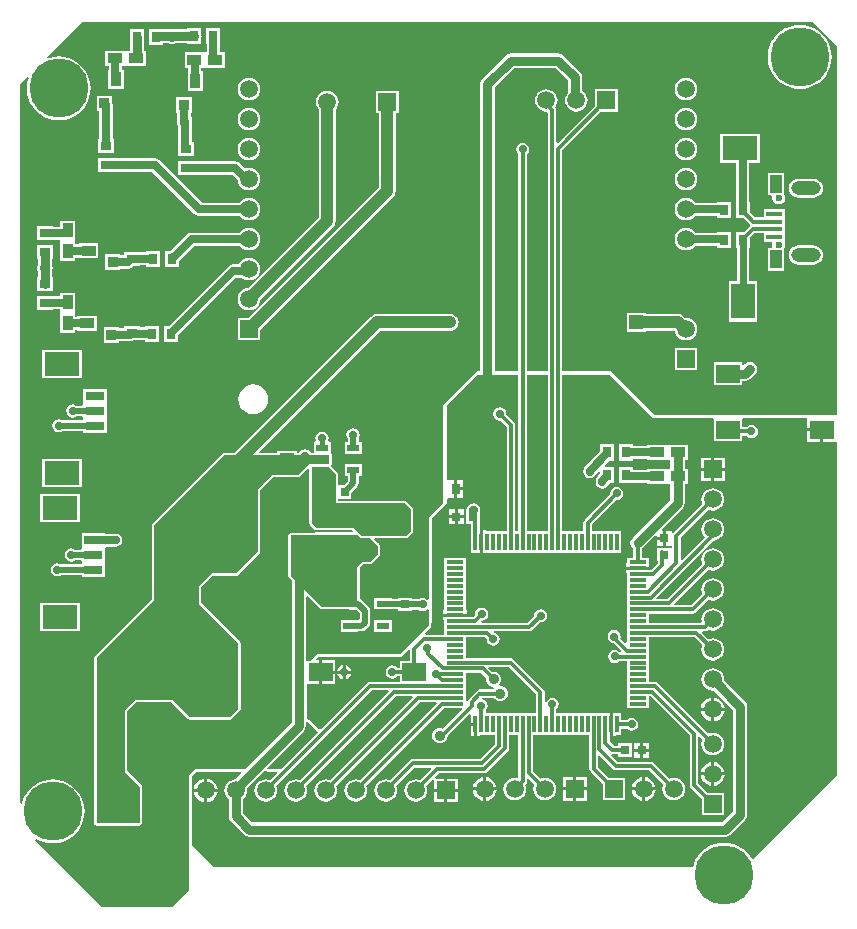
<source format=gtl>
G04*
G04 #@! TF.GenerationSoftware,Altium Limited,Altium Designer,20.0.13 (296)*
G04*
G04 Layer_Physical_Order=1*
G04 Layer_Color=255*
%FSLAX44Y44*%
%MOMM*%
G71*
G01*
G75*
%ADD13C,0.3810*%
%ADD17C,0.4000*%
%ADD18C,0.3000*%
%ADD19C,0.5000*%
%ADD35R,0.8000X0.9650*%
%ADD36R,1.2700X0.9144*%
%ADD37R,0.9144X0.9144*%
%ADD38R,0.9650X0.8000*%
%ADD39R,0.7620X0.7620*%
%ADD40R,1.4750X0.3000*%
%ADD41R,0.3000X1.4750*%
%ADD42R,1.4000X0.4000*%
%ADD43R,1.0000X1.5000*%
%ADD44R,2.0000X3.0000*%
%ADD45R,2.0000X1.5000*%
%ADD46R,1.2700X0.8890*%
%ADD47R,0.7620X0.7620*%
%ADD48R,1.0500X0.6000*%
%ADD49R,3.0000X1.5000*%
%ADD50R,3.0000X2.0000*%
%ADD51R,1.2700X1.5240*%
%ADD52R,0.9144X1.2700*%
%ADD53R,0.9144X0.9144*%
%ADD54R,0.8890X1.2700*%
%ADD55R,1.6000X0.8000*%
%ADD56R,3.0000X2.0000*%
%ADD97C,0.8000*%
%ADD98C,0.7000*%
%ADD99C,1.0000*%
%ADD100C,0.6000*%
%ADD101R,1.5000X1.5000*%
%ADD102C,1.5000*%
%ADD103R,1.5000X1.5000*%
%ADD104C,0.6000*%
%ADD105O,2.5000X1.2000*%
%ADD106C,1.9000*%
%ADD107R,1.9000X1.9000*%
%ADD108R,1.9000X1.9000*%
%ADD109R,1.2000X1.2000*%
%ADD110C,1.2000*%
%ADD111R,2.5000X1.8000*%
%ADD112O,2.5000X1.8000*%
%ADD113R,1.8000X2.5000*%
%ADD114O,1.8000X2.5000*%
%ADD115C,0.7000*%
%ADD116C,0.9000*%
%ADD117C,1.0000*%
%ADD118C,5.0000*%
G36*
X663691Y647703D02*
Y335300D01*
X509510D01*
X471510Y373300D01*
X431399D01*
Y559702D01*
X464177Y592480D01*
X478130D01*
Y611480D01*
X459130D01*
Y597527D01*
X427572Y565969D01*
X426399Y566455D01*
Y593733D01*
X426127Y595098D01*
X425381Y596215D01*
X426128Y597189D01*
X427085Y599500D01*
X427412Y601980D01*
X427085Y604460D01*
X426128Y606771D01*
X424605Y608755D01*
X422621Y610278D01*
X420310Y611236D01*
X417830Y611562D01*
X415350Y611236D01*
X413039Y610278D01*
X411054Y608755D01*
X409532Y606771D01*
X408574Y604460D01*
X408248Y601980D01*
X408574Y599500D01*
X409532Y597189D01*
X411054Y595205D01*
X413039Y593682D01*
X415350Y592724D01*
X417830Y592398D01*
X418064Y592429D01*
X419261Y591362D01*
Y373300D01*
X401399D01*
Y556500D01*
X401795Y556765D01*
X403011Y558584D01*
X403438Y560730D01*
X403011Y562876D01*
X401795Y564695D01*
X399976Y565911D01*
X397830Y566338D01*
X395684Y565911D01*
X393865Y564695D01*
X392649Y562876D01*
X392222Y560730D01*
X392649Y558584D01*
X393865Y556765D01*
X394261Y556500D01*
Y373300D01*
X374128D01*
Y613266D01*
X390544Y629683D01*
X425476D01*
X436212Y618946D01*
Y608440D01*
X434932Y606771D01*
X433974Y604460D01*
X433648Y601980D01*
X433974Y599500D01*
X434932Y597189D01*
X436455Y595205D01*
X438439Y593682D01*
X440750Y592724D01*
X443230Y592398D01*
X445710Y592724D01*
X448021Y593682D01*
X450005Y595205D01*
X451528Y597189D01*
X452486Y599500D01*
X452812Y601980D01*
X452486Y604460D01*
X451528Y606771D01*
X450005Y608755D01*
X448447Y609951D01*
Y621480D01*
X447982Y623821D01*
X446656Y625806D01*
X432336Y640126D01*
X430351Y641452D01*
X428010Y641917D01*
X388010D01*
X385669Y641452D01*
X383684Y640126D01*
X363684Y620126D01*
X362358Y618141D01*
X361893Y615800D01*
Y373300D01*
X360010D01*
X330760Y344050D01*
Y261300D01*
X318510Y249050D01*
Y179629D01*
X317240Y179243D01*
X317225Y179265D01*
X315406Y180481D01*
X313260Y180908D01*
X311114Y180481D01*
X310227Y179888D01*
X303820D01*
Y181110D01*
X292200D01*
Y180263D01*
X286828D01*
Y181049D01*
X272328D01*
Y171049D01*
X286828D01*
Y171086D01*
X292200D01*
Y169490D01*
X303820D01*
Y170712D01*
X310227D01*
X311114Y170119D01*
X313260Y169692D01*
X315406Y170119D01*
X317225Y171335D01*
X317240Y171357D01*
X318510Y170972D01*
Y157300D01*
X294260Y133050D01*
X224010D01*
X218370Y127410D01*
X214742D01*
X214377Y128529D01*
Y181889D01*
X215551Y182375D01*
X226068Y171858D01*
X226730Y171416D01*
X227510Y171261D01*
X243828D01*
Y171049D01*
X251135D01*
X251578Y170961D01*
X256860D01*
X259672Y168150D01*
Y163083D01*
X259298Y162773D01*
X258328Y162049D01*
X243828D01*
Y152049D01*
X258328D01*
Y152461D01*
X261331D01*
X263087Y152810D01*
X264575Y153805D01*
X267504Y156734D01*
X268499Y158222D01*
X268848Y159978D01*
Y170050D01*
X268499Y171806D01*
X267504Y173294D01*
X262005Y178793D01*
X260517Y179788D01*
X259799Y179931D01*
Y206455D01*
X262855Y209511D01*
X268760D01*
X268760Y209511D01*
X269540Y209666D01*
X270202Y210108D01*
X270202Y210108D01*
X275518Y215424D01*
X276320D01*
Y216226D01*
X276702Y216608D01*
X277144Y217270D01*
X277299Y218050D01*
Y224300D01*
X277299Y224300D01*
X277144Y225080D01*
X276702Y225742D01*
X276320Y226124D01*
Y227044D01*
X275400D01*
X272356Y230088D01*
X272842Y231261D01*
X298760D01*
X299540Y231416D01*
X300202Y231858D01*
X304702Y236358D01*
X305144Y237020D01*
X305299Y237800D01*
Y255800D01*
X305144Y256580D01*
X304702Y257242D01*
X304702Y257242D01*
X299702Y262242D01*
X299040Y262684D01*
X298260Y262839D01*
X241549D01*
Y264736D01*
X252790D01*
Y269867D01*
X257794Y274872D01*
X258789Y276360D01*
X259138Y278116D01*
Y283950D01*
X261800D01*
Y293950D01*
X247300D01*
Y283950D01*
X249962D01*
Y280016D01*
X246301Y276356D01*
X241549D01*
Y285800D01*
X241549Y285800D01*
X241394Y286580D01*
X240952Y287242D01*
X235647Y292547D01*
X235702Y293108D01*
X236144Y293770D01*
X236299Y294550D01*
Y301550D01*
X236144Y302330D01*
X235702Y302992D01*
X235300Y303260D01*
Y303450D01*
X235300D01*
Y312950D01*
X234132D01*
X233303Y314220D01*
X233618Y315800D01*
X233191Y317946D01*
X231975Y319765D01*
X230156Y320981D01*
X228010Y321408D01*
X225864Y320981D01*
X224045Y319765D01*
X222829Y317946D01*
X222402Y315800D01*
X222717Y314220D01*
X221888Y312950D01*
X220800D01*
Y303589D01*
X218385D01*
X217465Y304965D01*
X215646Y306181D01*
X213500Y306608D01*
X211354Y306181D01*
X209535Y304965D01*
X208615Y303589D01*
X206360D01*
Y305420D01*
X189660D01*
Y303589D01*
X175443D01*
X174957Y304762D01*
X277155Y406960D01*
X336540D01*
X338367Y407200D01*
X340070Y407906D01*
X341533Y409028D01*
X342654Y410490D01*
X343360Y412193D01*
X343600Y414020D01*
X343360Y415847D01*
X342654Y417550D01*
X341533Y419012D01*
X340070Y420135D01*
X338367Y420840D01*
X336540Y421080D01*
X274230D01*
X272403Y420840D01*
X270700Y420135D01*
X269238Y419012D01*
X153814Y303589D01*
X145010D01*
X144230Y303434D01*
X143568Y302992D01*
X143568Y302992D01*
X84318Y243742D01*
X83876Y243080D01*
X83721Y242300D01*
Y179645D01*
X35568Y131492D01*
X35126Y130830D01*
X34971Y130050D01*
Y-9950D01*
X35126Y-10730D01*
X35568Y-11392D01*
X36230Y-11834D01*
X37010Y-11989D01*
X72760D01*
X72760Y-11989D01*
X73540Y-11834D01*
X74202Y-11392D01*
X74202Y-11392D01*
X75202Y-10392D01*
X75644Y-9730D01*
X75799Y-8950D01*
Y20550D01*
X75799Y20550D01*
X75644Y21330D01*
X75202Y21992D01*
X63049Y34145D01*
Y85455D01*
X70105Y92511D01*
X100415D01*
X114568Y78358D01*
X115230Y77916D01*
X116010Y77761D01*
X149760D01*
X150540Y77916D01*
X151202Y78358D01*
X151202Y78358D01*
X158452Y85608D01*
X158894Y86270D01*
X159049Y87050D01*
Y142550D01*
X158894Y143330D01*
X158452Y143992D01*
X158452Y143992D01*
X125549Y176895D01*
Y189705D01*
X135355Y199511D01*
X155010D01*
X155010Y199511D01*
X155790Y199666D01*
X156452Y200108D01*
X175202Y218858D01*
X175644Y219520D01*
X175799Y220300D01*
Y271955D01*
X187105Y283261D01*
X207510D01*
X207510Y283261D01*
X208290Y283416D01*
X208952Y283858D01*
X215951Y290857D01*
X217221Y290331D01*
Y288300D01*
Y244050D01*
X217221Y244050D01*
X217376Y243270D01*
X217818Y242608D01*
X217818Y242608D01*
X221818Y238608D01*
X222480Y238166D01*
X223260Y238011D01*
X253722D01*
X254077Y237529D01*
X253437Y236259D01*
X221761D01*
Y235839D01*
X201510D01*
X200730Y235684D01*
X200068Y235242D01*
X199626Y234580D01*
X199471Y233800D01*
Y199300D01*
X199471Y199300D01*
X199626Y198520D01*
X200068Y197858D01*
X200068Y197858D01*
X202143Y195784D01*
Y74834D01*
X163109Y35800D01*
X120760D01*
X115510Y30550D01*
Y-66700D01*
X101449Y-80761D01*
X41907D01*
X-14717Y-24137D01*
X-13925Y-23133D01*
X-12296Y-24132D01*
X-8369Y-25758D01*
X-4237Y-26750D01*
X0Y-27083D01*
X4237Y-26750D01*
X8369Y-25758D01*
X12296Y-24132D01*
X15919Y-21911D01*
X19151Y-19151D01*
X21911Y-15919D01*
X24132Y-12296D01*
X25758Y-8369D01*
X26750Y-4237D01*
X27083Y0D01*
X26750Y4237D01*
X25758Y8369D01*
X24132Y12296D01*
X21911Y15919D01*
X19151Y19151D01*
X15919Y21911D01*
X12296Y24132D01*
X8369Y25758D01*
X4237Y26750D01*
X0Y27083D01*
X-4237Y26750D01*
X-8369Y25758D01*
X-12296Y24132D01*
X-15919Y21911D01*
X-19151Y19151D01*
X-21911Y15919D01*
X-24132Y12296D01*
X-25758Y8369D01*
X-26151Y6731D01*
X-27421Y6881D01*
Y615953D01*
X-21433Y621941D01*
X-20377Y621236D01*
X-20678Y620509D01*
X-21670Y616377D01*
X-22004Y612140D01*
X-21670Y607903D01*
X-20678Y603771D01*
X-19052Y599844D01*
X-16831Y596221D01*
X-14071Y592989D01*
X-10839Y590229D01*
X-7216Y588008D01*
X-3289Y586382D01*
X843Y585390D01*
X5080Y585056D01*
X9317Y585390D01*
X13449Y586382D01*
X17376Y588008D01*
X20999Y590229D01*
X24231Y592989D01*
X26991Y596221D01*
X29212Y599844D01*
X30838Y603771D01*
X31830Y607903D01*
X32164Y612140D01*
X31830Y616377D01*
X30838Y620509D01*
X29212Y624436D01*
X26991Y628059D01*
X24231Y631291D01*
X20999Y634051D01*
X17376Y636272D01*
X13449Y637898D01*
X9317Y638890D01*
X5080Y639224D01*
X843Y638890D01*
X-3289Y637898D01*
X-4016Y637597D01*
X-4721Y638653D01*
X25397Y668771D01*
X642623D01*
X663691Y647703D01*
D02*
G37*
G36*
X508510Y332800D02*
X558687D01*
X559800Y332420D01*
X559800Y331530D01*
Y313420D01*
X583800D01*
Y318231D01*
X587280D01*
X587545Y317835D01*
X589364Y316619D01*
X591510Y316192D01*
X593656Y316619D01*
X595475Y317835D01*
X596691Y319654D01*
X597118Y321800D01*
X596691Y323946D01*
X595475Y325765D01*
X593656Y326981D01*
X591510Y327408D01*
X589364Y326981D01*
X587545Y325765D01*
X587280Y325369D01*
X583800D01*
X583800Y332420D01*
X584913Y332800D01*
X638588D01*
Y324390D01*
X651128D01*
Y323120D01*
X652398D01*
Y313080D01*
X663668D01*
X663691Y311819D01*
Y30481D01*
X592894Y-40316D01*
X591633Y-40167D01*
X590171Y-37781D01*
X587411Y-34549D01*
X584179Y-31789D01*
X580556Y-29568D01*
X576629Y-27942D01*
X572497Y-26950D01*
X568260Y-26616D01*
X564023Y-26950D01*
X559891Y-27942D01*
X555964Y-29568D01*
X552341Y-31789D01*
X549109Y-34549D01*
X546349Y-37781D01*
X544128Y-41404D01*
X542502Y-45331D01*
X542173Y-46700D01*
X135510D01*
X117549Y-28739D01*
Y29705D01*
X121605Y33761D01*
X159410D01*
X159896Y32587D01*
X154630Y27321D01*
X152460Y27036D01*
X150149Y26078D01*
X148165Y24555D01*
X146642Y22571D01*
X145684Y20260D01*
X145358Y17780D01*
X145684Y15300D01*
X146642Y12989D01*
X148165Y11005D01*
X148822Y10500D01*
Y-3880D01*
X149288Y-6221D01*
X150614Y-8206D01*
X162184Y-19776D01*
X164169Y-21102D01*
X166510Y-21567D01*
X569010D01*
X571351Y-21102D01*
X573336Y-19776D01*
X586086Y-7026D01*
X587412Y-5041D01*
X587878Y-2700D01*
Y88800D01*
X587412Y91141D01*
X586086Y93126D01*
X568274Y110938D01*
X568382Y111760D01*
X568055Y114240D01*
X567098Y116551D01*
X565575Y118535D01*
X563591Y120058D01*
X561280Y121016D01*
X558800Y121342D01*
X556320Y121016D01*
X554009Y120058D01*
X552024Y118535D01*
X550502Y116551D01*
X549544Y114240D01*
X549218Y111760D01*
X549544Y109280D01*
X550502Y106969D01*
X552024Y104985D01*
X554009Y103462D01*
X556320Y102505D01*
X558800Y102178D01*
X559622Y102286D01*
X575643Y86266D01*
Y-166D01*
X566476Y-9333D01*
X169044D01*
X161057Y-1346D01*
Y10500D01*
X161715Y11005D01*
X163238Y12989D01*
X164195Y15300D01*
X164522Y17780D01*
X164274Y19663D01*
X179097Y34485D01*
X180629Y34358D01*
X181290Y33916D01*
X182071Y33761D01*
X189615D01*
X190101Y32587D01*
X184042Y26529D01*
X182820Y27036D01*
X180340Y27362D01*
X177860Y27036D01*
X175549Y26078D01*
X173565Y24555D01*
X172042Y22571D01*
X171084Y20260D01*
X170758Y17780D01*
X171084Y15300D01*
X172042Y12989D01*
X173565Y11005D01*
X175549Y9482D01*
X177860Y8525D01*
X180340Y8198D01*
X182820Y8525D01*
X185131Y9482D01*
X187115Y11005D01*
X188638Y12989D01*
X189596Y15300D01*
X189922Y17780D01*
X189596Y20260D01*
X189089Y21482D01*
X270168Y102561D01*
X283815D01*
X284301Y101388D01*
X209442Y26529D01*
X208220Y27036D01*
X205740Y27362D01*
X203260Y27036D01*
X200949Y26078D01*
X198965Y24555D01*
X197442Y22571D01*
X196485Y20260D01*
X196158Y17780D01*
X196485Y15300D01*
X197442Y12989D01*
X198965Y11005D01*
X200949Y9482D01*
X203260Y8525D01*
X205740Y8198D01*
X208220Y8525D01*
X210531Y9482D01*
X212515Y11005D01*
X214038Y12989D01*
X214995Y15300D01*
X215322Y17780D01*
X214995Y20260D01*
X214489Y21482D01*
X290568Y97561D01*
X304215D01*
X304701Y96388D01*
X234842Y26529D01*
X233620Y27036D01*
X231140Y27362D01*
X228660Y27036D01*
X226349Y26078D01*
X224364Y24555D01*
X222842Y22571D01*
X221884Y20260D01*
X221558Y17780D01*
X221884Y15300D01*
X222842Y12989D01*
X224364Y11005D01*
X226349Y9482D01*
X228660Y8525D01*
X231140Y8198D01*
X233620Y8525D01*
X235931Y9482D01*
X237915Y11005D01*
X239438Y12989D01*
X240396Y15300D01*
X240722Y17780D01*
X240396Y20260D01*
X239889Y21482D01*
X310968Y92561D01*
X324615D01*
X325101Y91388D01*
X260242Y26529D01*
X259020Y27036D01*
X256540Y27362D01*
X254060Y27036D01*
X251749Y26078D01*
X249764Y24555D01*
X248242Y22571D01*
X247285Y20260D01*
X246958Y17780D01*
X247285Y15300D01*
X248242Y12989D01*
X249764Y11005D01*
X251749Y9482D01*
X254060Y8525D01*
X256540Y8198D01*
X259020Y8525D01*
X261331Y9482D01*
X263316Y11005D01*
X264838Y12989D01*
X265795Y15300D01*
X266122Y17780D01*
X265795Y20260D01*
X265289Y21482D01*
X331368Y87561D01*
X340450D01*
X340795Y87630D01*
X346384D01*
X346870Y86457D01*
X330580Y70167D01*
X329457Y70633D01*
X327760Y70856D01*
X326063Y70633D01*
X324482Y69978D01*
X323124Y68936D01*
X322082Y67578D01*
X321427Y65997D01*
X321204Y64300D01*
X321427Y62603D01*
X322082Y61022D01*
X323124Y59664D01*
X324482Y58622D01*
X326063Y57967D01*
X327760Y57744D01*
X329457Y57967D01*
X331038Y58622D01*
X332396Y59664D01*
X333438Y61022D01*
X334093Y62603D01*
X334242Y63735D01*
X352617Y82110D01*
X353790Y81624D01*
Y75020D01*
X357830D01*
Y73750D01*
X359100D01*
Y63835D01*
X361870D01*
Y64375D01*
X374262D01*
Y57098D01*
X361532Y44369D01*
X304960D01*
X303594Y44097D01*
X302437Y43323D01*
X285642Y26529D01*
X284420Y27036D01*
X281940Y27362D01*
X279460Y27036D01*
X277149Y26078D01*
X275165Y24555D01*
X273642Y22571D01*
X272684Y20260D01*
X272358Y17780D01*
X272684Y15300D01*
X273642Y12989D01*
X275165Y11005D01*
X277149Y9482D01*
X279460Y8525D01*
X281940Y8198D01*
X284420Y8525D01*
X286731Y9482D01*
X288715Y11005D01*
X290238Y12989D01*
X291196Y15300D01*
X291522Y17780D01*
X291196Y20260D01*
X290689Y21482D01*
X306438Y37231D01*
X320085D01*
X320571Y36058D01*
X311042Y26529D01*
X309820Y27036D01*
X307340Y27362D01*
X304860Y27036D01*
X302549Y26078D01*
X300565Y24555D01*
X299042Y22571D01*
X298085Y20260D01*
X297758Y17780D01*
X298085Y15300D01*
X299042Y12989D01*
X300565Y11005D01*
X302549Y9482D01*
X304860Y8525D01*
X307340Y8198D01*
X309820Y8525D01*
X312131Y9482D01*
X314116Y11005D01*
X315638Y12989D01*
X316595Y15300D01*
X316922Y17780D01*
X316595Y20260D01*
X316089Y21482D01*
X321430Y26823D01*
X322700Y26297D01*
Y19050D01*
X331470D01*
Y27820D01*
X324223D01*
X323697Y29090D01*
X326838Y32232D01*
X365081D01*
X366447Y32503D01*
X367604Y33277D01*
X385353Y51026D01*
X386127Y52183D01*
X386399Y53549D01*
Y64375D01*
X394261D01*
Y29302D01*
X392991Y28391D01*
X391160Y28632D01*
X388680Y28305D01*
X386369Y27348D01*
X384384Y25826D01*
X382862Y23841D01*
X381904Y21530D01*
X381578Y19050D01*
X381904Y16570D01*
X382862Y14259D01*
X384384Y12275D01*
X386369Y10752D01*
X388680Y9794D01*
X391160Y9468D01*
X393640Y9794D01*
X395951Y10752D01*
X397935Y12275D01*
X399458Y14259D01*
X400415Y16570D01*
X400742Y19050D01*
X400415Y21530D01*
X399909Y22752D01*
X400353Y23197D01*
X401127Y24354D01*
X401399Y25720D01*
Y27505D01*
X402572Y27991D01*
X407811Y22752D01*
X407304Y21530D01*
X406978Y19050D01*
X407304Y16570D01*
X408262Y14259D01*
X409785Y12275D01*
X411769Y10752D01*
X414080Y9794D01*
X416560Y9468D01*
X419040Y9794D01*
X421351Y10752D01*
X423335Y12275D01*
X424858Y14259D01*
X425816Y16570D01*
X426142Y19050D01*
X425816Y21530D01*
X424858Y23841D01*
X423335Y25826D01*
X421351Y27348D01*
X419040Y28305D01*
X416560Y28632D01*
X414080Y28305D01*
X412858Y27799D01*
X406399Y34258D01*
Y64375D01*
X411330D01*
Y64375D01*
X424330D01*
Y64375D01*
X451330D01*
Y64375D01*
X454261D01*
Y36200D01*
X454533Y34834D01*
X455307Y33677D01*
X465480Y23503D01*
Y9550D01*
X484480D01*
Y28550D01*
X470527D01*
X461399Y37678D01*
Y47206D01*
X462572Y47692D01*
X474237Y36027D01*
X475395Y35253D01*
X476760Y34981D01*
X504802D01*
X517031Y22752D01*
X516525Y21530D01*
X516198Y19050D01*
X516525Y16570D01*
X517482Y14259D01*
X519005Y12275D01*
X520989Y10752D01*
X523300Y9794D01*
X525780Y9468D01*
X528260Y9794D01*
X530571Y10752D01*
X532555Y12275D01*
X534078Y14259D01*
X535036Y16570D01*
X535362Y19050D01*
X535036Y21530D01*
X534078Y23841D01*
X532555Y25826D01*
X530571Y27348D01*
X528260Y28305D01*
X525780Y28632D01*
X523300Y28305D01*
X522078Y27799D01*
X508803Y41073D01*
X507646Y41847D01*
X506280Y42119D01*
X478238D01*
X473024Y47333D01*
X473649Y48503D01*
X473760Y48481D01*
X478700D01*
Y46240D01*
X490320D01*
Y57860D01*
X478700D01*
Y55619D01*
X475238D01*
X471399Y59458D01*
Y63835D01*
X471560D01*
Y73750D01*
Y83665D01*
X468790D01*
Y83125D01*
X456330D01*
Y83125D01*
X449330D01*
Y83125D01*
X426399D01*
Y86500D01*
X426795Y86765D01*
X428011Y88584D01*
X428438Y90730D01*
X428011Y92876D01*
X426795Y94695D01*
X424976Y95911D01*
X422830Y96338D01*
X420684Y95911D01*
X418865Y94695D01*
X417649Y92876D01*
X416399Y93099D01*
Y101230D01*
X416127Y102596D01*
X415353Y103753D01*
X390453Y128653D01*
X389296Y129427D01*
X387930Y129699D01*
X349825D01*
Y142630D01*
X349825D01*
Y147561D01*
X366202D01*
X367495Y146268D01*
X367402Y145800D01*
X367829Y143654D01*
X369045Y141835D01*
X370864Y140619D01*
X373010Y140192D01*
X375156Y140619D01*
X376975Y141835D01*
X378191Y143654D01*
X378618Y145800D01*
X378191Y147946D01*
X376975Y149765D01*
X375156Y150981D01*
X373595Y151291D01*
X373720Y152561D01*
X403340D01*
X404706Y152833D01*
X405863Y153607D01*
X412542Y160285D01*
X413010Y160192D01*
X415156Y160619D01*
X416975Y161835D01*
X418191Y163654D01*
X418618Y165800D01*
X418191Y167946D01*
X416975Y169765D01*
X415156Y170981D01*
X413010Y171408D01*
X410864Y170981D01*
X409045Y169765D01*
X407829Y167946D01*
X407402Y165800D01*
X407495Y165332D01*
X401862Y159699D01*
X363085D01*
X362520Y160969D01*
X362957Y161453D01*
X363010Y161442D01*
X365156Y161869D01*
X366975Y163085D01*
X368191Y164904D01*
X368618Y167050D01*
X368191Y169196D01*
X366975Y171015D01*
X365156Y172231D01*
X363010Y172658D01*
X360864Y172231D01*
X359045Y171015D01*
X357829Y169196D01*
X357402Y167050D01*
X357495Y166582D01*
X355612Y164699D01*
X350365D01*
Y164860D01*
X330535D01*
Y162090D01*
X331075D01*
Y157630D01*
X331075D01*
Y149699D01*
X315588D01*
X315062Y150969D01*
X319952Y155858D01*
X320394Y156520D01*
X320549Y157300D01*
Y159339D01*
X321010Y159800D01*
Y248550D01*
X333760Y261300D01*
Y264709D01*
X334470Y265685D01*
X335030Y265685D01*
X339740D01*
Y273050D01*
Y280415D01*
X335030D01*
X334470Y280415D01*
X333760Y281391D01*
Y344166D01*
X358894Y369300D01*
X394261D01*
Y237885D01*
X391399D01*
Y327230D01*
X391127Y328596D01*
X390353Y329753D01*
X384025Y336082D01*
X384118Y336550D01*
X383691Y338696D01*
X382475Y340515D01*
X380656Y341731D01*
X378510Y342158D01*
X376364Y341731D01*
X374545Y340515D01*
X373329Y338696D01*
X372902Y336550D01*
X373329Y334404D01*
X374545Y332585D01*
X376364Y331369D01*
X378510Y330942D01*
X378978Y331035D01*
X384261Y325752D01*
Y237885D01*
X381330D01*
Y237885D01*
X366870D01*
Y238425D01*
X364100D01*
Y228510D01*
Y218595D01*
X366870D01*
Y219135D01*
X379330D01*
Y219135D01*
X386330D01*
Y219135D01*
X409330D01*
Y219135D01*
X426330D01*
Y219135D01*
X449330D01*
Y219135D01*
X456330D01*
Y219135D01*
X481330D01*
Y237885D01*
X456399D01*
Y243142D01*
X477042Y263785D01*
X477510Y263692D01*
X479656Y264119D01*
X481475Y265335D01*
X482691Y267154D01*
X483118Y269300D01*
X482691Y271446D01*
X481475Y273265D01*
X479656Y274481D01*
X477510Y274908D01*
X475364Y274481D01*
X473545Y273265D01*
X472329Y271446D01*
X471902Y269300D01*
X471995Y268832D01*
X450307Y247143D01*
X449533Y245986D01*
X449261Y244620D01*
Y237885D01*
X431399D01*
Y369300D01*
X472010D01*
X508510Y332800D01*
D02*
G37*
G36*
X419261Y237885D02*
X411330D01*
Y237885D01*
X401399D01*
Y369300D01*
X419261D01*
Y237885D01*
D02*
G37*
G36*
X239510Y285800D02*
Y260800D01*
X298260D01*
X303260Y255800D01*
Y237800D01*
X298760Y233300D01*
X262010D01*
X255260Y240050D01*
X223260D01*
X219260Y244050D01*
Y288300D01*
Y291800D01*
X233510D01*
X239510Y285800D01*
D02*
G37*
G36*
X260568Y231858D02*
X261230Y231416D01*
X262010Y231261D01*
X268299D01*
X275260Y224300D01*
Y218050D01*
X268760Y211550D01*
X262010D01*
X257760Y207300D01*
Y175050D01*
X256010Y173300D01*
X227510D01*
X201510Y199300D01*
Y233800D01*
X258626D01*
X260568Y231858D01*
D02*
G37*
G36*
X302501Y136611D02*
Y127610D01*
X294070D01*
Y121679D01*
X291800D01*
X291535Y122075D01*
X289716Y123291D01*
X287570Y123718D01*
X285424Y123291D01*
X283605Y122075D01*
X282389Y120256D01*
X281962Y118110D01*
X282389Y115964D01*
X283605Y114145D01*
X285424Y112929D01*
X287570Y112502D01*
X289716Y112929D01*
X291535Y114145D01*
X291800Y114541D01*
X294070D01*
Y109699D01*
X268690D01*
X267324Y109427D01*
X266167Y108653D01*
X227002Y69488D01*
X225205D01*
X217090Y77604D01*
X216428Y78046D01*
X215648Y78202D01*
X215260Y78520D01*
Y107871D01*
X225472D01*
Y117910D01*
Y127950D01*
X223454D01*
X222968Y129124D01*
X224855Y131011D01*
X294260D01*
X295040Y131166D01*
X295702Y131608D01*
X301231Y137138D01*
X302501Y136611D01*
D02*
G37*
G36*
X366880Y113134D02*
X366704Y111800D01*
X366927Y110103D01*
X367582Y108522D01*
X368624Y107164D01*
X369982Y106122D01*
X371563Y105467D01*
X372927Y105288D01*
X373439Y104423D01*
X373532Y103999D01*
X373111Y103369D01*
X361260D01*
X359894Y103097D01*
X358737Y102323D01*
X351987Y95573D01*
X351213Y94416D01*
X351095Y93822D01*
X349825Y93947D01*
Y102630D01*
Y112630D01*
X349825D01*
Y117561D01*
X362452D01*
X366880Y113134D01*
D02*
G37*
G36*
X409261Y99752D02*
Y83125D01*
X386330D01*
Y83125D01*
X379330D01*
Y83125D01*
X366399D01*
Y85250D01*
X366795Y85515D01*
X368011Y87334D01*
X368438Y89480D01*
X368011Y91626D01*
X366795Y93445D01*
X364976Y94661D01*
X363465Y94961D01*
X363590Y96231D01*
X373555D01*
X374374Y95164D01*
X375732Y94122D01*
X377313Y93467D01*
X379010Y93244D01*
X380707Y93467D01*
X382288Y94122D01*
X383646Y95164D01*
X384688Y96522D01*
X385343Y98103D01*
X385566Y99800D01*
X385343Y101497D01*
X384688Y103078D01*
X383646Y104436D01*
X382288Y105478D01*
X380707Y106133D01*
X379010Y106356D01*
X378793Y106328D01*
X378174Y107527D01*
X378938Y108522D01*
X379593Y110103D01*
X379816Y111800D01*
X379593Y113497D01*
X378938Y115078D01*
X377896Y116436D01*
X376538Y117478D01*
X374957Y118133D01*
X373260Y118356D01*
X371926Y118181D01*
X368719Y121388D01*
X369205Y122561D01*
X386452D01*
X409261Y99752D01*
D02*
G37*
G36*
X234260Y294550D02*
X216760D01*
X207510Y285300D01*
X186260D01*
X173760Y272800D01*
Y220300D01*
X155010Y201550D01*
X134510D01*
X123510Y190550D01*
Y176050D01*
X157010Y142550D01*
Y87050D01*
X149760Y79800D01*
X116010D01*
X101260Y94550D01*
X69260D01*
X61010Y86300D01*
Y33300D01*
X73760Y20550D01*
Y-8950D01*
X72760Y-9950D01*
X37010D01*
Y130050D01*
X85760Y178800D01*
Y242300D01*
X145010Y301550D01*
X234260D01*
Y294550D01*
D02*
G37*
G36*
X224662Y67148D02*
X193313Y35800D01*
X182071D01*
X181585Y36973D01*
X212586Y67974D01*
X213912Y69959D01*
X214377Y72300D01*
Y75636D01*
X215648Y76163D01*
X224662Y67148D01*
D02*
G37*
%LPC*%
G36*
X125888Y663415D02*
X113888D01*
Y662708D01*
X87260D01*
X86845Y662625D01*
X81260D01*
Y657181D01*
X81142Y656590D01*
Y655800D01*
X81260Y655209D01*
Y648975D01*
X93260D01*
Y650472D01*
X97101D01*
X97232Y650372D01*
X98813Y649717D01*
X100510Y649494D01*
X102207Y649717D01*
X103788Y650372D01*
X103919Y650472D01*
X113888D01*
Y649765D01*
X125888D01*
Y655999D01*
X126005Y656590D01*
X125888Y657181D01*
Y663415D01*
D02*
G37*
G36*
X77260Y662625D02*
X65260D01*
Y656391D01*
X65142Y655800D01*
Y643985D01*
X62198D01*
X62008Y643985D01*
X60928Y643985D01*
X60738Y643985D01*
X44228D01*
Y631095D01*
X47351D01*
Y628110D01*
X46768D01*
Y611410D01*
X59912D01*
Y628110D01*
X58567D01*
Y631095D01*
X60738D01*
X60928Y631095D01*
X62008Y631095D01*
X62198Y631095D01*
X78708D01*
Y643985D01*
X77378D01*
Y655800D01*
X77260Y656391D01*
Y662625D01*
D02*
G37*
G36*
X141888Y663415D02*
X129888D01*
Y649765D01*
X130280D01*
Y643600D01*
X129317Y642650D01*
X128237Y642650D01*
X128047Y642650D01*
X111537D01*
Y629760D01*
X114661D01*
Y626840D01*
X114078D01*
Y610140D01*
X127222D01*
Y626840D01*
X125876D01*
Y629760D01*
X128047D01*
X128237Y629760D01*
X129317Y629760D01*
X129507Y629760D01*
X146017D01*
Y642650D01*
X141496D01*
Y649765D01*
X141888D01*
Y663415D01*
D02*
G37*
G36*
X632460Y665893D02*
X628223Y665560D01*
X624091Y664568D01*
X620164Y662942D01*
X616541Y660721D01*
X613309Y657961D01*
X610549Y654729D01*
X608328Y651106D01*
X606702Y647179D01*
X605710Y643047D01*
X605377Y638810D01*
X605710Y634573D01*
X606702Y630441D01*
X608328Y626514D01*
X610549Y622891D01*
X613309Y619659D01*
X616541Y616899D01*
X620164Y614678D01*
X624091Y613052D01*
X628223Y612060D01*
X632460Y611726D01*
X636697Y612060D01*
X640829Y613052D01*
X644756Y614678D01*
X648379Y616899D01*
X651611Y619659D01*
X654371Y622891D01*
X656592Y626514D01*
X658218Y630441D01*
X659210Y634573D01*
X659544Y638810D01*
X659210Y643047D01*
X658218Y647179D01*
X656592Y651106D01*
X654371Y654729D01*
X651611Y657961D01*
X648379Y660721D01*
X644756Y662942D01*
X640829Y664568D01*
X636697Y665560D01*
X632460Y665893D01*
D02*
G37*
G36*
X536090Y621312D02*
X533610Y620985D01*
X531299Y620028D01*
X529314Y618506D01*
X527792Y616521D01*
X526834Y614210D01*
X526508Y611730D01*
X526834Y609250D01*
X527792Y606939D01*
X529314Y604955D01*
X531299Y603432D01*
X533610Y602475D01*
X536090Y602148D01*
X538570Y602475D01*
X540881Y603432D01*
X542865Y604955D01*
X544388Y606939D01*
X545345Y609250D01*
X545672Y611730D01*
X545345Y614210D01*
X544388Y616521D01*
X542865Y618506D01*
X540881Y620028D01*
X538570Y620985D01*
X536090Y621312D01*
D02*
G37*
G36*
X166090Y621167D02*
X163610Y620840D01*
X161299Y619883D01*
X159314Y618360D01*
X157792Y616376D01*
X156834Y614065D01*
X156508Y611585D01*
X156834Y609105D01*
X157792Y606794D01*
X159314Y604810D01*
X161299Y603287D01*
X163610Y602330D01*
X166090Y602003D01*
X168570Y602330D01*
X170881Y603287D01*
X172865Y604810D01*
X174388Y606794D01*
X175345Y609105D01*
X175672Y611585D01*
X175345Y614065D01*
X174388Y616376D01*
X172865Y618360D01*
X170881Y619883D01*
X168570Y620840D01*
X166090Y621167D01*
D02*
G37*
G36*
X536090Y595912D02*
X533610Y595586D01*
X531299Y594628D01*
X529314Y593106D01*
X527792Y591121D01*
X526834Y588810D01*
X526508Y586330D01*
X526834Y583850D01*
X527792Y581539D01*
X529314Y579555D01*
X531299Y578032D01*
X533610Y577075D01*
X536090Y576748D01*
X538570Y577075D01*
X540881Y578032D01*
X542865Y579555D01*
X544388Y581539D01*
X545345Y583850D01*
X545672Y586330D01*
X545345Y588810D01*
X544388Y591121D01*
X542865Y593106D01*
X540881Y594628D01*
X538570Y595586D01*
X536090Y595912D01*
D02*
G37*
G36*
X166090Y595767D02*
X163610Y595440D01*
X161299Y594483D01*
X159314Y592961D01*
X157792Y590976D01*
X156834Y588665D01*
X156508Y586185D01*
X156834Y583705D01*
X157792Y581394D01*
X159314Y579410D01*
X161299Y577887D01*
X163610Y576930D01*
X166090Y576603D01*
X168570Y576930D01*
X170881Y577887D01*
X172865Y579410D01*
X174388Y581394D01*
X175345Y583705D01*
X175672Y586185D01*
X175345Y588665D01*
X174388Y590976D01*
X172865Y592961D01*
X170881Y594483D01*
X168570Y595440D01*
X166090Y595767D01*
D02*
G37*
G36*
X50260Y606012D02*
X37116D01*
Y592868D01*
X39350D01*
Y588485D01*
X38958D01*
Y574835D01*
X39350D01*
Y569370D01*
X38133D01*
Y557370D01*
X51783D01*
Y569370D01*
X50566D01*
Y574835D01*
X50958D01*
Y588485D01*
X50566D01*
Y598170D01*
X50260Y599707D01*
Y606012D01*
D02*
G37*
G36*
X117570Y604742D02*
X104426D01*
Y591598D01*
X105390D01*
Y582637D01*
X105817Y580491D01*
X106010Y580202D01*
Y573975D01*
X106402D01*
Y566800D01*
X106185D01*
Y554800D01*
X119835D01*
Y566800D01*
X117618D01*
Y573975D01*
X118010D01*
Y587625D01*
X116606D01*
Y591598D01*
X117570D01*
Y604742D01*
D02*
G37*
G36*
X536090Y570512D02*
X533610Y570186D01*
X531299Y569228D01*
X529314Y567705D01*
X527792Y565721D01*
X526834Y563410D01*
X526508Y560930D01*
X526834Y558450D01*
X527792Y556139D01*
X529314Y554155D01*
X531299Y552632D01*
X533610Y551675D01*
X536090Y551348D01*
X538570Y551675D01*
X540881Y552632D01*
X542865Y554155D01*
X544388Y556139D01*
X545345Y558450D01*
X545672Y560930D01*
X545345Y563410D01*
X544388Y565721D01*
X542865Y567705D01*
X540881Y569228D01*
X538570Y570186D01*
X536090Y570512D01*
D02*
G37*
G36*
X166090Y570367D02*
X163610Y570041D01*
X161299Y569083D01*
X159314Y567561D01*
X157792Y565576D01*
X156834Y563265D01*
X156508Y560785D01*
X156834Y558305D01*
X157792Y555994D01*
X159314Y554010D01*
X161299Y552487D01*
X163610Y551530D01*
X166090Y551203D01*
X168570Y551530D01*
X170881Y552487D01*
X172865Y554010D01*
X174388Y555994D01*
X175345Y558305D01*
X175672Y560785D01*
X175345Y563265D01*
X174388Y565576D01*
X172865Y567561D01*
X170881Y569083D01*
X168570Y570041D01*
X166090Y570367D01*
D02*
G37*
G36*
X536090Y545112D02*
X533610Y544785D01*
X531299Y543828D01*
X529314Y542305D01*
X527792Y540321D01*
X526834Y538010D01*
X526508Y535530D01*
X526834Y533050D01*
X527792Y530739D01*
X529314Y528755D01*
X531299Y527232D01*
X533610Y526274D01*
X536090Y525948D01*
X538570Y526274D01*
X540881Y527232D01*
X542865Y528755D01*
X544388Y530739D01*
X545345Y533050D01*
X545672Y535530D01*
X545345Y538010D01*
X544388Y540321D01*
X542865Y542305D01*
X540881Y543828D01*
X538570Y544785D01*
X536090Y545112D01*
D02*
G37*
G36*
X119835Y550800D02*
X106185D01*
Y538800D01*
X119835D01*
Y539192D01*
X152187D01*
X156586Y534794D01*
X156834Y532905D01*
X157792Y530594D01*
X159314Y528610D01*
X161299Y527087D01*
X163610Y526130D01*
X166090Y525803D01*
X168570Y526130D01*
X170881Y527087D01*
X172865Y528610D01*
X174388Y530594D01*
X175345Y532905D01*
X175672Y535385D01*
X175345Y537865D01*
X174388Y540176D01*
X172865Y542160D01*
X170881Y543683D01*
X168570Y544641D01*
X166090Y544967D01*
X163610Y544641D01*
X162896Y544345D01*
X158476Y548765D01*
X156656Y549981D01*
X154510Y550408D01*
X119835D01*
Y550800D01*
D02*
G37*
G36*
X644040Y535739D02*
X631040D01*
X628952Y535464D01*
X627006Y534658D01*
X625334Y533376D01*
X624052Y531704D01*
X623246Y529758D01*
X622971Y527670D01*
X623246Y525582D01*
X624052Y523635D01*
X625334Y521964D01*
X627006Y520682D01*
X628952Y519876D01*
X631040Y519601D01*
X644040D01*
X646128Y519876D01*
X648074Y520682D01*
X649746Y521964D01*
X651028Y523635D01*
X651834Y525582D01*
X652109Y527670D01*
X651834Y529758D01*
X651028Y531704D01*
X649746Y533376D01*
X648074Y534658D01*
X646128Y535464D01*
X644040Y535739D01*
D02*
G37*
G36*
X619484Y540920D02*
X605484D01*
Y521920D01*
X608185D01*
X609177Y520650D01*
X608932Y519420D01*
X609359Y517274D01*
X610575Y515455D01*
X612394Y514239D01*
X614540Y513812D01*
X616686Y514239D01*
X618505Y515455D01*
X619721Y517274D01*
X620148Y519420D01*
X619721Y521566D01*
X619484Y521921D01*
Y540920D01*
D02*
G37*
G36*
X536090Y519712D02*
X533610Y519385D01*
X531299Y518428D01*
X529314Y516906D01*
X527792Y514921D01*
X526834Y512610D01*
X526508Y510130D01*
X526834Y507650D01*
X527792Y505339D01*
X529314Y503355D01*
X531299Y501832D01*
X533610Y500875D01*
X536090Y500548D01*
X538570Y500875D01*
X540881Y501832D01*
X542865Y503355D01*
X543432Y504092D01*
X562200D01*
Y502445D01*
X574200D01*
Y516095D01*
X562200D01*
Y515308D01*
X544091D01*
X542865Y516906D01*
X540881Y518428D01*
X538570Y519385D01*
X536090Y519712D01*
D02*
G37*
G36*
X51783Y553370D02*
X38133D01*
Y541370D01*
X51783D01*
Y541762D01*
X84089D01*
X119831Y506020D01*
X121651Y504804D01*
X123797Y504377D01*
X158419D01*
X159314Y503210D01*
X161299Y501687D01*
X163610Y500730D01*
X166090Y500403D01*
X168570Y500730D01*
X170881Y501687D01*
X172865Y503210D01*
X174388Y505194D01*
X175345Y507505D01*
X175672Y509985D01*
X175345Y512465D01*
X174388Y514776D01*
X172865Y516760D01*
X170881Y518283D01*
X168570Y519240D01*
X166090Y519567D01*
X163610Y519240D01*
X161299Y518283D01*
X159314Y516760D01*
X158419Y515593D01*
X126119D01*
X90377Y551335D01*
X88558Y552551D01*
X86412Y552978D01*
X51783D01*
Y553370D01*
D02*
G37*
G36*
X19145Y500348D02*
X6255D01*
Y495066D01*
X475D01*
Y495458D01*
X-13175D01*
Y483458D01*
X475D01*
Y483850D01*
X6053D01*
X6255Y483648D01*
X6255Y482568D01*
X6255Y482378D01*
Y465868D01*
X19145D01*
Y468940D01*
X21951D01*
Y468306D01*
X38651D01*
Y481450D01*
X21951D01*
Y480156D01*
X19145D01*
Y482378D01*
X19145Y482568D01*
X19145Y483648D01*
X19145Y483838D01*
Y500348D01*
D02*
G37*
G36*
X536090Y494312D02*
X533610Y493985D01*
X531299Y493028D01*
X529314Y491506D01*
X527792Y489521D01*
X526834Y487210D01*
X526508Y484730D01*
X526834Y482250D01*
X527792Y479939D01*
X529314Y477955D01*
X531299Y476432D01*
X533610Y475475D01*
X536090Y475148D01*
X538570Y475475D01*
X540881Y476432D01*
X542865Y477955D01*
X543432Y478692D01*
X562200D01*
Y477045D01*
X574200D01*
Y490695D01*
X562200D01*
Y489908D01*
X544091D01*
X542865Y491506D01*
X540881Y493028D01*
X538570Y493985D01*
X536090Y494312D01*
D02*
G37*
G36*
X166090Y494167D02*
X163610Y493840D01*
X161299Y492883D01*
X159314Y491361D01*
X158419Y490193D01*
X117807D01*
X115661Y489766D01*
X113842Y488550D01*
X99984Y474693D01*
X95090D01*
Y461043D01*
X107090D01*
Y465937D01*
X120130Y478977D01*
X158419D01*
X159314Y477810D01*
X161299Y476287D01*
X163610Y475330D01*
X166090Y475003D01*
X168570Y475330D01*
X170881Y476287D01*
X172865Y477810D01*
X174388Y479794D01*
X175345Y482105D01*
X175672Y484585D01*
X175345Y487065D01*
X174388Y489376D01*
X172865Y491361D01*
X170881Y492883D01*
X168570Y493840D01*
X166090Y494167D01*
D02*
G37*
G36*
X91090Y474693D02*
X79090D01*
Y473476D01*
X74135D01*
Y473868D01*
X60485D01*
Y470834D01*
X57193D01*
Y471798D01*
X44049D01*
Y458654D01*
X57193D01*
Y459618D01*
X63843D01*
X65989Y460045D01*
X67808Y461261D01*
X68214Y461868D01*
X74135D01*
Y462260D01*
X79090D01*
Y461043D01*
X91090D01*
Y474693D01*
D02*
G37*
G36*
X644040Y479239D02*
X631040D01*
X628952Y478964D01*
X627006Y478158D01*
X625334Y476876D01*
X624052Y475205D01*
X623246Y473258D01*
X622971Y471170D01*
X623246Y469082D01*
X624052Y467136D01*
X625334Y465464D01*
X627006Y464182D01*
X628952Y463376D01*
X631040Y463101D01*
X644040D01*
X646128Y463376D01*
X648074Y464182D01*
X649746Y465464D01*
X651028Y467136D01*
X651834Y469082D01*
X652109Y471170D01*
X651834Y473258D01*
X651028Y475205D01*
X649746Y476876D01*
X648074Y478158D01*
X646128Y478964D01*
X644040Y479239D01*
D02*
G37*
G36*
X598660Y573340D02*
X564660D01*
Y549340D01*
X578592D01*
Y516095D01*
X578200D01*
Y502445D01*
X585153D01*
X590332Y497266D01*
X590364Y496004D01*
X590241Y495677D01*
X589925Y495466D01*
X585153Y490695D01*
X578200D01*
Y477045D01*
X579102D01*
Y448800D01*
X572200D01*
Y414800D01*
X596200D01*
Y448800D01*
X589298D01*
Y477045D01*
X590200D01*
Y485648D01*
X593926Y489374D01*
X601814D01*
Y488943D01*
X601814D01*
Y482466D01*
X608549D01*
X609286Y481196D01*
X608932Y479420D01*
X609177Y478190D01*
X608185Y476920D01*
X605484D01*
Y457920D01*
X619484D01*
Y476919D01*
X619721Y477274D01*
X620148Y479420D01*
X619795Y481196D01*
X619814Y482466D01*
X619814Y482466D01*
X619814Y482466D01*
Y490466D01*
X619814D01*
Y495420D01*
X619814D01*
Y501897D01*
Y509897D01*
X601814D01*
Y502989D01*
X594703D01*
X590200Y507492D01*
Y516095D01*
X589808D01*
Y549340D01*
X598660D01*
Y573340D01*
D02*
G37*
G36*
X166090Y468767D02*
X163610Y468441D01*
X161299Y467483D01*
X159314Y465961D01*
X157792Y463976D01*
X157496Y463262D01*
X152791D01*
X150645Y462835D01*
X148826Y461620D01*
X98399Y411193D01*
X94330D01*
Y397543D01*
X106330D01*
Y403262D01*
X155114Y452047D01*
X159788D01*
X161299Y450887D01*
X163610Y449930D01*
X166090Y449603D01*
X168570Y449930D01*
X170881Y450887D01*
X172865Y452410D01*
X174388Y454394D01*
X175345Y456705D01*
X175672Y459185D01*
X175345Y461665D01*
X174388Y463976D01*
X172865Y465961D01*
X170881Y467483D01*
X168570Y468441D01*
X166090Y468767D01*
D02*
G37*
G36*
X-6350Y479576D02*
X-6740D01*
X-7331Y479458D01*
X-13175D01*
Y467458D01*
X-12858D01*
Y462220D01*
X-13073Y461701D01*
X-13296Y460004D01*
X-13073Y458307D01*
X-12858Y457788D01*
Y452550D01*
X-13565D01*
Y440550D01*
X-7331D01*
X-6740Y440433D01*
X-6149Y440550D01*
X85D01*
Y452550D01*
X-622D01*
Y457788D01*
X-407Y458307D01*
X-184Y460004D01*
X-407Y461701D01*
X-622Y462220D01*
Y467458D01*
X475D01*
Y479458D01*
X-5759D01*
X-6350Y479576D01*
D02*
G37*
G36*
X19210Y439387D02*
X6320D01*
Y436390D01*
X85D01*
Y436550D01*
X-13565D01*
Y424550D01*
X85D01*
Y425175D01*
X6320D01*
Y422877D01*
X6320Y422687D01*
X6320Y421607D01*
X6320Y421417D01*
Y404907D01*
X19210D01*
Y407650D01*
X20860D01*
Y406686D01*
X37560D01*
Y419830D01*
X20860D01*
Y418865D01*
X19210D01*
Y421417D01*
X19210Y421607D01*
X19210Y422687D01*
X19210Y422877D01*
Y439387D01*
D02*
G37*
G36*
X232410Y610292D02*
X229930Y609966D01*
X227619Y609008D01*
X225634Y607485D01*
X224112Y605501D01*
X223155Y603190D01*
X222828Y600710D01*
X223155Y598230D01*
X224112Y595919D01*
X225350Y594306D01*
Y503030D01*
X165626Y443306D01*
X163610Y443040D01*
X161299Y442083D01*
X159314Y440560D01*
X157792Y438576D01*
X156834Y436265D01*
X156508Y433785D01*
X156834Y431305D01*
X157792Y428994D01*
X159314Y427010D01*
X161299Y425487D01*
X163610Y424529D01*
X166090Y424203D01*
X168570Y424529D01*
X170881Y425487D01*
X172865Y427010D01*
X174388Y428994D01*
X175345Y431305D01*
X175611Y433321D01*
X237402Y495112D01*
X238524Y496575D01*
X239230Y498278D01*
X239470Y500105D01*
Y594306D01*
X240708Y595919D01*
X241665Y598230D01*
X241992Y600710D01*
X241665Y603190D01*
X240708Y605501D01*
X239185Y607485D01*
X237201Y609008D01*
X234890Y609966D01*
X232410Y610292D01*
D02*
G37*
G36*
X90330Y411193D02*
X78330D01*
Y409976D01*
X74135D01*
Y410878D01*
X60485D01*
Y409214D01*
X56102D01*
Y410178D01*
X42958D01*
Y397034D01*
X56102D01*
Y397998D01*
X65213D01*
X67359Y398425D01*
X68037Y398878D01*
X68053D01*
X68645Y398760D01*
X78330D01*
Y397543D01*
X90330D01*
Y411193D01*
D02*
G37*
G36*
X502030Y422020D02*
X486030D01*
Y406020D01*
X502030D01*
Y406960D01*
X526323D01*
X526774Y406508D01*
X526834Y406050D01*
X527792Y403739D01*
X529314Y401755D01*
X531299Y400232D01*
X533610Y399275D01*
X536090Y398948D01*
X538570Y399275D01*
X540881Y400232D01*
X542865Y401755D01*
X544388Y403739D01*
X545345Y406050D01*
X545672Y408530D01*
X545345Y411010D01*
X544388Y413321D01*
X542865Y415305D01*
X540881Y416828D01*
X538570Y417785D01*
X536090Y418112D01*
X535251Y418002D01*
X534240Y419012D01*
X532777Y420135D01*
X531074Y420840D01*
X529247Y421080D01*
X502030D01*
Y422020D01*
D02*
G37*
G36*
X292710Y610210D02*
X273710D01*
Y591210D01*
X276150D01*
Y528430D01*
X165605Y417885D01*
X156590D01*
Y398885D01*
X175590D01*
Y407900D01*
X288202Y520513D01*
X289324Y521975D01*
X290030Y523678D01*
X290270Y525505D01*
Y591210D01*
X292710D01*
Y610210D01*
D02*
G37*
G36*
X590510Y380918D02*
X590248D01*
X587907Y380452D01*
X585922Y379126D01*
X584761Y377965D01*
X583491Y378491D01*
Y380312D01*
X559491D01*
Y361312D01*
X583491D01*
Y364695D01*
X586260D01*
X588601Y365160D01*
X590586Y366487D01*
X594045Y369946D01*
X594836Y370474D01*
X596162Y372459D01*
X596628Y374800D01*
X596162Y377141D01*
X594836Y379126D01*
X592851Y380452D01*
X590510Y380918D01*
D02*
G37*
G36*
X545590Y392630D02*
X526590D01*
Y373630D01*
X545590D01*
Y392630D01*
D02*
G37*
G36*
X24620Y391060D02*
X-9380D01*
Y367060D01*
X24620D01*
Y391060D01*
D02*
G37*
G36*
X45726Y357628D02*
X25726D01*
Y346398D01*
X25726Y345128D01*
Y344614D01*
X24828Y343716D01*
X19905D01*
X19018Y344309D01*
X16872Y344736D01*
X14726Y344309D01*
X12907Y343093D01*
X11691Y341274D01*
X11264Y339128D01*
X11691Y336982D01*
X12907Y335163D01*
X14726Y333947D01*
X16872Y333520D01*
X19018Y333947D01*
X19905Y334540D01*
X24828D01*
X25726Y333642D01*
X25726Y332114D01*
X24828Y331216D01*
X8221D01*
X7334Y331809D01*
X5188Y332236D01*
X3042Y331809D01*
X1223Y330593D01*
X7Y328774D01*
X-420Y326628D01*
X7Y324482D01*
X1223Y322663D01*
X3042Y321447D01*
X5188Y321020D01*
X7334Y321447D01*
X8221Y322040D01*
X25726D01*
Y320628D01*
X45726D01*
Y331858D01*
X45726Y332628D01*
X45726Y333898D01*
Y344358D01*
X45726Y345628D01*
X45726Y346398D01*
Y357628D01*
D02*
G37*
G36*
X169590Y361554D02*
X166316Y361123D01*
X163265Y359859D01*
X160646Y357849D01*
X158636Y355229D01*
X157372Y352179D01*
X156941Y348905D01*
X157372Y345631D01*
X158636Y342580D01*
X160646Y339961D01*
X163265Y337951D01*
X166316Y336687D01*
X169590Y336256D01*
X172864Y336687D01*
X175914Y337951D01*
X178534Y339961D01*
X180544Y342580D01*
X181808Y345631D01*
X182239Y348905D01*
X181808Y352179D01*
X180544Y355229D01*
X178534Y357849D01*
X175914Y359859D01*
X172864Y361123D01*
X169590Y361554D01*
D02*
G37*
G36*
X254260Y324658D02*
X252114Y324231D01*
X250295Y323015D01*
X249079Y321196D01*
X248652Y319050D01*
X249079Y316904D01*
X249962Y315583D01*
Y312950D01*
X247300D01*
Y302950D01*
X261800D01*
Y312950D01*
X259138D01*
Y316451D01*
X259441Y316904D01*
X259868Y319050D01*
X259441Y321196D01*
X258225Y323015D01*
X256406Y324231D01*
X254260Y324658D01*
D02*
G37*
G36*
X24620Y298420D02*
X-9380D01*
Y274420D01*
X24620D01*
Y298420D01*
D02*
G37*
G36*
X23350Y269140D02*
X-10650D01*
Y245140D01*
X23350D01*
Y269140D01*
D02*
G37*
G36*
X44456Y235708D02*
X24456D01*
Y224478D01*
X24456Y223708D01*
X24456Y222694D01*
X23558Y221796D01*
X18635D01*
X17748Y222389D01*
X15602Y222816D01*
X13456Y222389D01*
X11637Y221173D01*
X10421Y219354D01*
X9994Y217208D01*
X10421Y215062D01*
X11637Y213243D01*
X13456Y212027D01*
X15602Y211600D01*
X17748Y212027D01*
X18635Y212620D01*
X23558D01*
X24456Y211722D01*
X24456Y210708D01*
Y210194D01*
X23558Y209296D01*
X6951D01*
X6064Y209889D01*
X3918Y210316D01*
X1772Y209889D01*
X-47Y208673D01*
X-1263Y206854D01*
X-1690Y204708D01*
X-1263Y202562D01*
X-47Y200743D01*
X1772Y199527D01*
X3918Y199100D01*
X6064Y199527D01*
X6951Y200120D01*
X24456D01*
Y198708D01*
X44456D01*
Y209938D01*
X44456Y211208D01*
X44456Y211978D01*
Y222438D01*
X44456Y223208D01*
X45356Y224100D01*
X53352D01*
X55498Y224527D01*
X57317Y225743D01*
X58533Y227562D01*
X58960Y229708D01*
X58533Y231854D01*
X57317Y233673D01*
X55498Y234889D01*
X53352Y235316D01*
X44456D01*
Y235708D01*
D02*
G37*
G36*
X23350Y176500D02*
X-10650D01*
Y152500D01*
X23350D01*
Y176500D01*
D02*
G37*
G36*
X286828Y162049D02*
X272328D01*
Y152049D01*
X286828D01*
Y162049D01*
D02*
G37*
G36*
X649858Y321850D02*
X638588D01*
Y313080D01*
X649858D01*
Y321850D01*
D02*
G37*
G36*
X568840Y299600D02*
X560070D01*
Y290830D01*
X568840D01*
Y299600D01*
D02*
G37*
G36*
X557530D02*
X548760D01*
Y290830D01*
X557530D01*
Y299600D01*
D02*
G37*
G36*
X491520Y310785D02*
X479520D01*
Y297135D01*
X491520D01*
Y298352D01*
X502900D01*
Y297515D01*
X519410D01*
X519600Y297515D01*
X520680Y297515D01*
X520870Y297515D01*
X522912D01*
Y290058D01*
X520870D01*
X520680Y290058D01*
X519600Y290058D01*
X519410Y290058D01*
X502900D01*
Y289221D01*
X491520D01*
Y291875D01*
X479520D01*
Y278225D01*
X485028D01*
X486132Y278005D01*
X502900D01*
Y277168D01*
X519410D01*
X519600Y277168D01*
X520680Y277168D01*
X520870Y277168D01*
X522912D01*
Y263854D01*
X490884Y231826D01*
X489558Y229841D01*
X489092Y227500D01*
X489558Y225159D01*
X490884Y223174D01*
X491641Y222668D01*
Y214630D01*
X485835D01*
Y210170D01*
X485295D01*
Y207400D01*
X505125D01*
Y210170D01*
X504585D01*
Y214630D01*
X498779D01*
Y222668D01*
X499536Y223174D01*
X510241Y233879D01*
X511414Y233393D01*
Y232790D01*
X516494D01*
Y237870D01*
X515891D01*
X515405Y239043D01*
X533355Y256994D01*
X534682Y258979D01*
X535147Y261320D01*
Y277168D01*
X537380D01*
Y290058D01*
X535147D01*
Y297515D01*
X537380D01*
Y310405D01*
X520870D01*
X520680Y310405D01*
X519600Y310405D01*
X519410Y310405D01*
X502900D01*
Y309568D01*
X491520D01*
Y310785D01*
D02*
G37*
G36*
X568840Y288290D02*
X560070D01*
Y279520D01*
X568840D01*
Y288290D01*
D02*
G37*
G36*
X557530D02*
X548760D01*
Y279520D01*
X557530D01*
Y288290D01*
D02*
G37*
G36*
X342280Y280415D02*
Y274320D01*
X347550D01*
Y280415D01*
X342280D01*
D02*
G37*
G36*
X475520Y310785D02*
X463520D01*
Y305066D01*
X450545Y292090D01*
X449329Y290271D01*
X448902Y288125D01*
Y287714D01*
X449329Y285568D01*
X450545Y283749D01*
X452364Y282533D01*
X454510Y282106D01*
X456656Y282533D01*
X458475Y283749D01*
X459303Y284987D01*
X462347Y288031D01*
X463520Y287545D01*
Y286156D01*
X461295Y283930D01*
X460079Y282111D01*
X459652Y279965D01*
Y278800D01*
X460079Y276654D01*
X461295Y274835D01*
X463114Y273619D01*
X465260Y273192D01*
X467406Y273619D01*
X469225Y274835D01*
X470441Y276654D01*
X470580Y277355D01*
X471451Y278225D01*
X475520D01*
Y291875D01*
X467850D01*
X467364Y293048D01*
X471451Y297135D01*
X475520D01*
Y310785D01*
D02*
G37*
G36*
X347550Y271780D02*
X342280D01*
Y265685D01*
X347550D01*
Y271780D01*
D02*
G37*
G36*
X558800Y273742D02*
X556320Y273416D01*
X554009Y272458D01*
X552024Y270935D01*
X550502Y268951D01*
X549544Y266640D01*
X549218Y264160D01*
X549544Y261680D01*
X550051Y260458D01*
X525487Y235893D01*
X525384Y235740D01*
X524114Y236125D01*
Y237870D01*
X519034D01*
Y231520D01*
Y225170D01*
X524114D01*
X524441Y224036D01*
Y223719D01*
X523320Y223360D01*
Y223360D01*
X515803D01*
X515760Y223369D01*
X515717Y223360D01*
X511700D01*
Y211740D01*
X512191D01*
Y210278D01*
X506612Y204699D01*
X505125D01*
Y204860D01*
X485295D01*
Y202090D01*
X485835D01*
Y189630D01*
X485835D01*
Y182630D01*
X485835D01*
Y172630D01*
Y159630D01*
X485835D01*
Y152630D01*
Y143523D01*
X484565Y142997D01*
X480643Y146919D01*
X480868Y148050D01*
X480441Y150196D01*
X479225Y152015D01*
X477406Y153231D01*
X475260Y153658D01*
X473114Y153231D01*
X471295Y152015D01*
X470079Y150196D01*
X469652Y148050D01*
X470079Y145904D01*
X471295Y144085D01*
X473114Y142869D01*
X474968Y142500D01*
X481199Y136270D01*
X480690Y134983D01*
X479937Y134948D01*
X479725Y135265D01*
X477906Y136481D01*
X475760Y136908D01*
X473614Y136481D01*
X471795Y135265D01*
X470579Y133446D01*
X470152Y131300D01*
X470579Y129154D01*
X471795Y127335D01*
X473614Y126119D01*
X475760Y125692D01*
X477906Y126119D01*
X479725Y127335D01*
X479877Y127561D01*
X485835D01*
Y119630D01*
X485835D01*
Y112630D01*
X485835D01*
Y107630D01*
Y97630D01*
Y87630D01*
X504585D01*
Y97561D01*
X506202D01*
X539441Y64322D01*
Y22140D01*
X539713Y20774D01*
X540487Y19617D01*
X549300Y10803D01*
Y-3150D01*
X568300D01*
Y15850D01*
X554347D01*
X546579Y23618D01*
Y62665D01*
X547752Y63151D01*
X550051Y60852D01*
X549544Y59630D01*
X549218Y57150D01*
X549544Y54670D01*
X550502Y52359D01*
X552024Y50374D01*
X554009Y48852D01*
X556320Y47895D01*
X558800Y47568D01*
X561280Y47895D01*
X563591Y48852D01*
X565575Y50374D01*
X567098Y52359D01*
X568055Y54670D01*
X568382Y57150D01*
X568055Y59630D01*
X567098Y61941D01*
X565575Y63925D01*
X563591Y65448D01*
X561280Y66406D01*
X558800Y66732D01*
X556320Y66406D01*
X555098Y65899D01*
X512343Y108653D01*
X511186Y109427D01*
X509820Y109699D01*
X504585D01*
Y114630D01*
X504585D01*
Y117630D01*
X504585D01*
Y122630D01*
Y132630D01*
Y144630D01*
X504585D01*
Y147561D01*
X543352D01*
X550051Y140862D01*
X549544Y139640D01*
X549218Y137160D01*
X549544Y134680D01*
X550502Y132369D01*
X552024Y130385D01*
X554009Y128862D01*
X556320Y127905D01*
X558800Y127578D01*
X561280Y127905D01*
X563591Y128862D01*
X565575Y130385D01*
X567098Y132369D01*
X568055Y134680D01*
X568382Y137160D01*
X568055Y139640D01*
X567098Y141951D01*
X565575Y143935D01*
X563591Y145458D01*
X561280Y146415D01*
X558800Y146742D01*
X556320Y146415D01*
X555098Y145909D01*
X549619Y151388D01*
X550105Y152561D01*
X552370D01*
X553736Y152833D01*
X554893Y153607D01*
X555098Y153811D01*
X556320Y153305D01*
X558800Y152978D01*
X561280Y153305D01*
X563591Y154262D01*
X565575Y155785D01*
X567098Y157769D01*
X568055Y160080D01*
X568382Y162560D01*
X568055Y165040D01*
X567098Y167351D01*
X565575Y169335D01*
X563591Y170858D01*
X561280Y171815D01*
X558800Y172142D01*
X556320Y171815D01*
X554009Y170858D01*
X552024Y169335D01*
X550502Y167351D01*
X549544Y165040D01*
X549218Y162560D01*
X549428Y160969D01*
X548410Y159699D01*
X504585D01*
Y167561D01*
X541970D01*
X543336Y167833D01*
X544493Y168607D01*
X555098Y179211D01*
X556320Y178704D01*
X558800Y178378D01*
X561280Y178704D01*
X563591Y179662D01*
X565575Y181185D01*
X567098Y183169D01*
X568055Y185480D01*
X568382Y187960D01*
X568055Y190440D01*
X567098Y192751D01*
X565575Y194735D01*
X563591Y196258D01*
X561280Y197215D01*
X558800Y197542D01*
X556320Y197215D01*
X554009Y196258D01*
X552024Y194735D01*
X550502Y192751D01*
X549544Y190440D01*
X549218Y187960D01*
X549544Y185480D01*
X550051Y184258D01*
X540492Y174699D01*
X526845D01*
X526359Y175872D01*
X555098Y204611D01*
X556320Y204104D01*
X558800Y203778D01*
X561280Y204104D01*
X563591Y205062D01*
X565575Y206585D01*
X567098Y208569D01*
X568055Y210880D01*
X568382Y213360D01*
X568055Y215840D01*
X567098Y218151D01*
X565575Y220135D01*
X563591Y221658D01*
X561280Y222616D01*
X558800Y222942D01*
X556320Y222616D01*
X554009Y221658D01*
X552024Y220135D01*
X550502Y218151D01*
X549544Y215840D01*
X549218Y213360D01*
X549544Y210880D01*
X550051Y209658D01*
X520092Y179699D01*
X511431D01*
X510945Y180872D01*
X559319Y229246D01*
X561280Y229505D01*
X563591Y230462D01*
X565575Y231985D01*
X567098Y233969D01*
X568055Y236280D01*
X568382Y238760D01*
X568055Y241240D01*
X567098Y243551D01*
X565575Y245536D01*
X563591Y247058D01*
X561280Y248015D01*
X558800Y248342D01*
X556320Y248015D01*
X554009Y247058D01*
X552024Y245536D01*
X550502Y243551D01*
X549544Y241240D01*
X549218Y238760D01*
X549544Y236280D01*
X550502Y233969D01*
X551998Y232019D01*
X532752Y212773D01*
X531579Y213259D01*
Y231892D01*
X555098Y255411D01*
X556320Y254904D01*
X558800Y254578D01*
X561280Y254904D01*
X563591Y255862D01*
X565575Y257384D01*
X567098Y259369D01*
X568055Y261680D01*
X568382Y264160D01*
X568055Y266640D01*
X567098Y268951D01*
X565575Y270935D01*
X563591Y272458D01*
X561280Y273416D01*
X558800Y273742D01*
D02*
G37*
G36*
X347860Y255900D02*
X342780D01*
Y250820D01*
X347860D01*
Y255900D01*
D02*
G37*
G36*
X340240D02*
X335160D01*
Y250820D01*
X340240D01*
Y255900D01*
D02*
G37*
G36*
X347860Y248280D02*
X342780D01*
Y243200D01*
X347860D01*
Y248280D01*
D02*
G37*
G36*
X340240D02*
X335160D01*
Y243200D01*
X340240D01*
Y248280D01*
D02*
G37*
G36*
X516494Y230250D02*
X511414D01*
Y225170D01*
X516494D01*
Y230250D01*
D02*
G37*
G36*
X356260Y260908D02*
X354114Y260481D01*
X352295Y259265D01*
X351825Y258795D01*
X350609Y256976D01*
X350237Y255106D01*
X349670D01*
Y243486D01*
X354261D01*
Y228510D01*
X354330Y228165D01*
Y219135D01*
X358790D01*
Y218595D01*
X361560D01*
Y228510D01*
Y238425D01*
X361399D01*
Y246946D01*
X361290Y247492D01*
Y249064D01*
X361398Y249606D01*
Y253089D01*
X361441Y253154D01*
X361868Y255300D01*
X361441Y257446D01*
X360225Y259265D01*
X358406Y260481D01*
X356260Y260908D01*
D02*
G37*
G36*
X349825Y214630D02*
X331075D01*
Y207630D01*
Y197630D01*
Y187630D01*
X331075D01*
Y184630D01*
X331075D01*
Y177630D01*
Y170170D01*
X330535D01*
Y167400D01*
X350365D01*
Y170170D01*
X349825D01*
Y182630D01*
X349825D01*
Y189630D01*
X349825D01*
Y202630D01*
Y214630D01*
D02*
G37*
G36*
X560070Y96319D02*
Y87630D01*
X568759D01*
X568582Y88981D01*
X567570Y91423D01*
X565961Y93521D01*
X563863Y95130D01*
X561421Y96142D01*
X560070Y96319D01*
D02*
G37*
G36*
X557530D02*
X556179Y96142D01*
X553737Y95130D01*
X551639Y93521D01*
X550030Y91423D01*
X549018Y88981D01*
X548841Y87630D01*
X557530D01*
Y96319D01*
D02*
G37*
G36*
X568759Y85090D02*
X560070D01*
Y76401D01*
X561421Y76578D01*
X563863Y77590D01*
X565961Y79199D01*
X567570Y81297D01*
X568582Y83739D01*
X568759Y85090D01*
D02*
G37*
G36*
X557530D02*
X548841D01*
X549018Y83739D01*
X550030Y81297D01*
X551639Y79199D01*
X553737Y77590D01*
X556179Y76578D01*
X557530Y76401D01*
Y85090D01*
D02*
G37*
G36*
X476870Y83665D02*
X474100D01*
Y73750D01*
Y63835D01*
X476870D01*
Y64375D01*
X481330D01*
Y70181D01*
X485980D01*
X486245Y69785D01*
X488064Y68569D01*
X490210Y68142D01*
X492356Y68569D01*
X494175Y69785D01*
X495391Y71604D01*
X495818Y73750D01*
X495391Y75896D01*
X494175Y77715D01*
X492356Y78931D01*
X490210Y79358D01*
X488064Y78931D01*
X486245Y77715D01*
X485980Y77319D01*
X481330D01*
Y83125D01*
X476870D01*
Y83665D01*
D02*
G37*
G36*
X356560Y72480D02*
X353790D01*
Y63835D01*
X356560D01*
Y72480D01*
D02*
G37*
G36*
X504830Y58146D02*
X499750D01*
Y53066D01*
X504830D01*
Y58146D01*
D02*
G37*
G36*
X497210D02*
X492130D01*
Y53066D01*
X497210D01*
Y58146D01*
D02*
G37*
G36*
X504830Y50526D02*
X499750D01*
Y45446D01*
X504830D01*
Y50526D01*
D02*
G37*
G36*
X497210D02*
X492130D01*
Y45446D01*
X497210D01*
Y50526D01*
D02*
G37*
G36*
X560070Y41709D02*
Y33020D01*
X568759D01*
X568582Y34371D01*
X567570Y36813D01*
X565961Y38911D01*
X563863Y40520D01*
X561421Y41532D01*
X560070Y41709D01*
D02*
G37*
G36*
X557530D02*
X556179Y41532D01*
X553737Y40520D01*
X551639Y38911D01*
X550030Y36813D01*
X549018Y34371D01*
X548841Y33020D01*
X557530D01*
Y41709D01*
D02*
G37*
G36*
X568759Y30480D02*
X560070D01*
Y21791D01*
X561421Y21968D01*
X563863Y22980D01*
X565961Y24589D01*
X567570Y26687D01*
X568582Y29129D01*
X568759Y30480D01*
D02*
G37*
G36*
X557530D02*
X548841D01*
X549018Y29129D01*
X550030Y26687D01*
X551639Y24589D01*
X553737Y22980D01*
X556179Y21968D01*
X557530Y21791D01*
Y30480D01*
D02*
G37*
G36*
X452000Y29090D02*
X443230D01*
Y20320D01*
X452000D01*
Y29090D01*
D02*
G37*
G36*
X367030Y29009D02*
Y20320D01*
X375719D01*
X375542Y21671D01*
X374530Y24113D01*
X372921Y26211D01*
X370823Y27820D01*
X368381Y28832D01*
X367030Y29009D01*
D02*
G37*
G36*
X501650D02*
Y20320D01*
X510339D01*
X510162Y21671D01*
X509150Y24113D01*
X507541Y26211D01*
X505443Y27820D01*
X503001Y28832D01*
X501650Y29009D01*
D02*
G37*
G36*
X499110D02*
X497759Y28832D01*
X495317Y27820D01*
X493219Y26211D01*
X491610Y24113D01*
X490598Y21671D01*
X490421Y20320D01*
X499110D01*
Y29009D01*
D02*
G37*
G36*
X364490D02*
X363139Y28832D01*
X360697Y27820D01*
X358599Y26211D01*
X356990Y24113D01*
X355978Y21671D01*
X355801Y20320D01*
X364490D01*
Y29009D01*
D02*
G37*
G36*
X440690Y29090D02*
X431920D01*
Y20320D01*
X440690D01*
Y29090D01*
D02*
G37*
G36*
X342780Y27820D02*
X334010D01*
Y19050D01*
X342780D01*
Y27820D01*
D02*
G37*
G36*
X130810Y27739D02*
Y19050D01*
X139499D01*
X139322Y20401D01*
X138310Y22843D01*
X136701Y24941D01*
X134603Y26550D01*
X132161Y27562D01*
X130810Y27739D01*
D02*
G37*
G36*
X128270D02*
X126919Y27562D01*
X124477Y26550D01*
X122379Y24941D01*
X120770Y22843D01*
X119758Y20401D01*
X119581Y19050D01*
X128270D01*
Y27739D01*
D02*
G37*
G36*
X375719Y17780D02*
X367030D01*
Y9091D01*
X368381Y9268D01*
X370823Y10280D01*
X372921Y11889D01*
X374530Y13987D01*
X375542Y16429D01*
X375719Y17780D01*
D02*
G37*
G36*
X510339D02*
X501650D01*
Y9091D01*
X503001Y9268D01*
X505443Y10280D01*
X507541Y11889D01*
X509150Y13987D01*
X510162Y16429D01*
X510339Y17780D01*
D02*
G37*
G36*
X499110D02*
X490421D01*
X490598Y16429D01*
X491610Y13987D01*
X493219Y11889D01*
X495317Y10280D01*
X497759Y9268D01*
X499110Y9091D01*
Y17780D01*
D02*
G37*
G36*
X364490D02*
X355801D01*
X355978Y16429D01*
X356990Y13987D01*
X358599Y11889D01*
X360697Y10280D01*
X363139Y9268D01*
X364490Y9091D01*
Y17780D01*
D02*
G37*
G36*
X452000D02*
X443230D01*
Y9010D01*
X452000D01*
Y17780D01*
D02*
G37*
G36*
X440690D02*
X431920D01*
Y9010D01*
X440690D01*
Y17780D01*
D02*
G37*
G36*
X139499Y16510D02*
X130810D01*
Y7821D01*
X132161Y7998D01*
X134603Y9010D01*
X136701Y10619D01*
X138310Y12717D01*
X139322Y15159D01*
X139499Y16510D01*
D02*
G37*
G36*
X128270D02*
X119581D01*
X119758Y15159D01*
X120770Y12717D01*
X122379Y10619D01*
X124477Y9010D01*
X126919Y7998D01*
X128270Y7821D01*
Y16510D01*
D02*
G37*
G36*
X342780D02*
X334010D01*
Y7740D01*
X342780D01*
Y16510D01*
D02*
G37*
G36*
X331470D02*
X322700D01*
Y7740D01*
X331470D01*
Y16510D01*
D02*
G37*
G36*
X248020Y123906D02*
Y119270D01*
X252656D01*
X252440Y120357D01*
X251105Y122355D01*
X249107Y123689D01*
X248020Y123906D01*
D02*
G37*
G36*
X245480D02*
X244393Y123689D01*
X242395Y122355D01*
X241061Y120357D01*
X240844Y119270D01*
X245480D01*
Y123906D01*
D02*
G37*
G36*
X239282Y127950D02*
X228012D01*
Y119180D01*
X239282D01*
Y127950D01*
D02*
G37*
G36*
X252656Y116730D02*
X248020D01*
Y112094D01*
X249107Y112310D01*
X251105Y113645D01*
X252440Y115643D01*
X252656Y116730D01*
D02*
G37*
G36*
X245480D02*
X240844D01*
X241061Y115643D01*
X242395Y113645D01*
X244393Y112310D01*
X245480Y112094D01*
Y116730D01*
D02*
G37*
G36*
X239282Y116641D02*
X228012D01*
Y107871D01*
X239282D01*
Y116641D01*
D02*
G37*
%LPD*%
D13*
X69088Y638810D02*
X70358Y637540D01*
D17*
X228010Y307990D02*
Y315800D01*
Y307990D02*
X228050Y307950D01*
D18*
X317775Y133535D02*
Y137285D01*
Y133535D02*
X330180Y121130D01*
X317010Y138050D02*
X317775Y137285D01*
X324260Y116300D02*
X324430Y116130D01*
X329430Y111130D01*
X314590Y146130D02*
X340450D01*
X306070Y118110D02*
Y137610D01*
X314590Y146130D01*
X330180Y121130D02*
X340450D01*
X341510Y126130D02*
X387930D01*
X412830Y73750D02*
Y101230D01*
X387930Y126130D02*
X412830Y101230D01*
X363930Y121130D02*
X373260Y111800D01*
X340450Y121130D02*
X363930D01*
X287570Y118110D02*
X306070D01*
X329760Y64300D02*
X354510Y89050D01*
X327760Y64300D02*
X329760D01*
X354510Y89050D02*
Y93050D01*
X362510Y89800D02*
X362830Y89480D01*
Y73750D02*
Y89480D01*
X361260Y99800D02*
X379010D01*
X354510Y93050D02*
X361260Y99800D01*
X379510Y335550D02*
X387830Y327230D01*
Y228510D02*
Y327230D01*
X329430Y111130D02*
X340450D01*
X324430Y116130D02*
X340450D01*
X340450Y161130D02*
X357090D01*
X363010Y167050D01*
X477830Y73750D02*
X490210D01*
X495210Y211130D02*
Y227500D01*
X397830Y228510D02*
Y560730D01*
X397510Y561050D02*
X397830Y560730D01*
X417830Y598733D02*
X422830Y593733D01*
Y228510D02*
Y593733D01*
X417830Y598733D02*
Y601980D01*
X357830Y228510D02*
Y246946D01*
X355480Y249296D02*
X357830Y246946D01*
X571800Y322920D02*
X572920Y321800D01*
X591510D01*
X452830Y244620D02*
X477510Y269300D01*
X452830Y228510D02*
Y244620D01*
X422760Y90800D02*
X422830Y90730D01*
Y73750D02*
Y90730D01*
X473760Y52050D02*
X484510D01*
X467830Y57980D02*
X473760Y52050D01*
X467830Y57980D02*
Y73750D01*
X476760Y38550D02*
X506280D01*
X462830Y52480D02*
Y73750D01*
Y52480D02*
X476760Y38550D01*
X506280D02*
X525780Y19050D01*
X515760Y208800D02*
Y219800D01*
X508090Y201130D02*
X515760Y208800D01*
X495210Y201130D02*
X508090D01*
X475930Y131130D02*
X495210D01*
X475760Y131300D02*
X475930Y131130D01*
X486385Y136130D02*
X495210D01*
X475260Y147255D02*
X486385Y136130D01*
X475260Y147255D02*
Y148050D01*
X427830Y228510D02*
Y561180D01*
X468630Y601980D01*
X340450Y151130D02*
X367680D01*
X373010Y145800D01*
X403340Y156130D02*
X413010Y165800D01*
X340450Y156130D02*
X403340D01*
X528010Y210055D02*
Y233370D01*
X504085Y186130D02*
X528010Y210055D01*
Y233370D02*
X558800Y264160D01*
X543010Y22140D02*
X558800Y6350D01*
X507680Y101130D02*
X543010Y65800D01*
Y22140D02*
Y65800D01*
X495210Y101130D02*
X507680D01*
X495210Y106130D02*
X509820D01*
X558800Y57150D01*
X457830Y36200D02*
Y73750D01*
Y36200D02*
X474980Y19050D01*
X402830Y32780D02*
X416560Y19050D01*
X402830Y32780D02*
Y73750D01*
X391160Y19050D02*
X397830Y25720D01*
Y73750D01*
X325360Y35800D02*
X365081D01*
X382830Y53549D02*
Y73750D01*
X365081Y35800D02*
X382830Y53549D01*
X304960Y40800D02*
X363010D01*
X377830Y55620D02*
Y73750D01*
X363010Y40800D02*
X377830Y55620D01*
X307340Y17780D02*
X325360Y35800D01*
X281940Y17780D02*
X304960Y40800D01*
X329890Y91130D02*
X340450D01*
X256540Y17780D02*
X329890Y91130D01*
X180340Y17780D02*
X268690Y106130D01*
X340450D01*
X205740Y17780D02*
X289090Y101130D01*
X340450D01*
X231140Y17780D02*
X309490Y96130D01*
X340450D01*
X544830Y151130D02*
X558800Y137160D01*
X495210Y151130D02*
X544830D01*
X552370Y156130D02*
X558800Y162560D01*
X495210Y156130D02*
X552370D01*
X541970Y171130D02*
X558800Y187960D01*
X495210Y171130D02*
X541970D01*
X521570Y176130D02*
X558800Y213360D01*
X495210Y176130D02*
X521570D01*
X558800Y233774D02*
Y238760D01*
X506156Y181130D02*
X558800Y233774D01*
X495210Y181130D02*
X506156D01*
X495210Y186130D02*
X504085D01*
X592448Y492943D02*
X610814D01*
X584200Y484695D02*
X592448Y492943D01*
X584200Y483870D02*
Y484695D01*
X593225Y499420D02*
X610814D01*
X584200Y508445D02*
X593225Y499420D01*
X584200Y508445D02*
Y509270D01*
D19*
X254260Y319050D02*
X254550Y318760D01*
Y307950D02*
Y318760D01*
X53352Y229708D02*
X53760Y229300D01*
X16872Y339128D02*
X35726D01*
X5188Y326628D02*
X35726D01*
X3760Y204550D02*
X3918Y204708D01*
X34456D01*
X15010Y217800D02*
X15602Y217208D01*
X34456D01*
X298010Y175300D02*
X313260D01*
X297635Y175675D02*
X298010Y175300D01*
X279578Y176049D02*
X279953Y175675D01*
X297635D01*
X251078Y176049D02*
X251578Y175549D01*
X258761D01*
X264260Y170050D01*
X251078Y157049D02*
X261331D01*
X264260Y159978D01*
Y170050D01*
X254550Y278116D02*
Y288950D01*
X246980Y270546D02*
X254550Y278116D01*
D35*
X84330Y404368D02*
D03*
X100330D02*
D03*
X584200Y483870D02*
D03*
X568200D02*
D03*
X469520Y303960D02*
D03*
X485520D02*
D03*
X469520Y285050D02*
D03*
X485520D02*
D03*
X135888Y656590D02*
D03*
X119888D02*
D03*
X71260Y655800D02*
D03*
X87260D02*
D03*
X112010Y580800D02*
D03*
X128010D02*
D03*
X44958Y581660D02*
D03*
X60958D02*
D03*
X325010Y273050D02*
D03*
X341010D02*
D03*
X101090Y467868D02*
D03*
X85090D02*
D03*
X568200Y509270D02*
D03*
X584200D02*
D03*
D36*
X29210Y413258D02*
D03*
X30301Y474878D02*
D03*
D37*
X49530Y422656D02*
D03*
Y403606D02*
D03*
X50621Y465226D02*
D03*
Y484276D02*
D03*
D38*
X-6740Y430550D02*
D03*
Y446550D02*
D03*
X113010Y560800D02*
D03*
Y544800D02*
D03*
X44958Y563370D02*
D03*
X44958Y547370D02*
D03*
X-6350Y473458D02*
D03*
Y489458D02*
D03*
X67310Y483868D02*
D03*
Y467868D02*
D03*
Y420878D02*
D03*
Y404878D02*
D03*
D39*
X246980Y270546D02*
D03*
X233010Y270800D02*
D03*
X341510Y249550D02*
D03*
X355480Y249296D02*
D03*
X498480Y51796D02*
D03*
X484510Y52050D02*
D03*
X284480Y220980D02*
D03*
X270510Y221234D02*
D03*
X265430Y202946D02*
D03*
X251460Y203200D02*
D03*
D40*
X495210Y181130D02*
D03*
Y171130D02*
D03*
Y176130D02*
D03*
X495210Y186130D02*
D03*
X495210Y211130D02*
D03*
Y206130D02*
D03*
Y201130D02*
D03*
Y196130D02*
D03*
Y191130D02*
D03*
Y166130D02*
D03*
Y161130D02*
D03*
X495210Y156130D02*
D03*
Y151130D02*
D03*
Y146130D02*
D03*
X495210Y141130D02*
D03*
Y136130D02*
D03*
Y131130D02*
D03*
Y126130D02*
D03*
Y121130D02*
D03*
X495210Y116130D02*
D03*
X495210Y111130D02*
D03*
Y106130D02*
D03*
Y101130D02*
D03*
Y96130D02*
D03*
Y91130D02*
D03*
X340450D02*
D03*
Y96130D02*
D03*
Y101130D02*
D03*
Y106130D02*
D03*
Y111130D02*
D03*
X340450Y116130D02*
D03*
X340450Y121130D02*
D03*
Y126130D02*
D03*
Y131130D02*
D03*
Y136130D02*
D03*
Y141130D02*
D03*
X340450Y146130D02*
D03*
Y151130D02*
D03*
Y156130D02*
D03*
X340450Y161130D02*
D03*
Y166130D02*
D03*
Y171130D02*
D03*
Y176130D02*
D03*
Y181130D02*
D03*
X340450Y186130D02*
D03*
X340450Y191130D02*
D03*
Y196130D02*
D03*
Y201130D02*
D03*
Y206130D02*
D03*
Y211130D02*
D03*
D41*
X357830Y228510D02*
D03*
X362830D02*
D03*
X367830D02*
D03*
X372830D02*
D03*
X377830D02*
D03*
X382830Y228510D02*
D03*
X387830Y228510D02*
D03*
X392830D02*
D03*
X397830D02*
D03*
X402830D02*
D03*
X407830D02*
D03*
X412830Y228510D02*
D03*
X417830D02*
D03*
X422830D02*
D03*
X427830Y228510D02*
D03*
X432830D02*
D03*
X437830D02*
D03*
X442830D02*
D03*
X447830D02*
D03*
X452830Y228510D02*
D03*
X457830Y228510D02*
D03*
X462830D02*
D03*
X467830D02*
D03*
X472830D02*
D03*
X477830D02*
D03*
Y73750D02*
D03*
X472830D02*
D03*
X467830D02*
D03*
X462830D02*
D03*
X457830D02*
D03*
X452830Y73750D02*
D03*
X447830Y73750D02*
D03*
X442830D02*
D03*
X437830D02*
D03*
X432830D02*
D03*
X427830D02*
D03*
X422830Y73750D02*
D03*
X417830D02*
D03*
X412830D02*
D03*
X407830Y73750D02*
D03*
X402830D02*
D03*
X397830D02*
D03*
X392830D02*
D03*
X387830D02*
D03*
X382830Y73750D02*
D03*
X377830Y73750D02*
D03*
X372830D02*
D03*
X367830D02*
D03*
X362830D02*
D03*
X357830D02*
D03*
D42*
X610814Y505897D02*
D03*
Y499420D02*
D03*
X610814Y492943D02*
D03*
X610814Y486466D02*
D03*
Y512374D02*
D03*
D43*
X612484Y531420D02*
D03*
Y467420D02*
D03*
D44*
X635000Y431800D02*
D03*
X584200D02*
D03*
D45*
X571491Y370812D02*
D03*
X650819Y371012D02*
D03*
X651128Y323120D02*
D03*
X571800Y322920D02*
D03*
X226742Y117910D02*
D03*
X306070Y118110D02*
D03*
D46*
X511250Y283613D02*
D03*
X529030Y283613D02*
D03*
X511250Y303960D02*
D03*
X529030Y303960D02*
D03*
X119887Y636205D02*
D03*
X137667Y636205D02*
D03*
X52578Y637540D02*
D03*
X70358Y637540D02*
D03*
D47*
X517764Y231520D02*
D03*
X517510Y217550D02*
D03*
X297756Y161330D02*
D03*
X298010Y175300D02*
D03*
X233760Y163300D02*
D03*
X234014Y177270D02*
D03*
X209550Y242570D02*
D03*
X209296Y228600D02*
D03*
D48*
X279578Y176049D02*
D03*
Y157049D02*
D03*
X251078D02*
D03*
Y166549D02*
D03*
Y176049D02*
D03*
X228050Y288950D02*
D03*
X228050Y298450D02*
D03*
X228050Y307950D02*
D03*
X254550D02*
D03*
X254550Y298450D02*
D03*
X254550Y288950D02*
D03*
D49*
X238761Y250759D02*
D03*
Y226759D02*
D03*
D50*
X284480Y297180D02*
D03*
Y246380D02*
D03*
X581660Y561340D02*
D03*
Y612140D02*
D03*
D51*
X198010Y295800D02*
D03*
X198010Y272940D02*
D03*
D52*
X120650Y618490D02*
D03*
X53340Y619760D02*
D03*
D53*
X130048Y598170D02*
D03*
X110998D02*
D03*
X62738Y599440D02*
D03*
X43688D02*
D03*
D54*
X12700Y491998D02*
D03*
X12700Y474218D02*
D03*
X12765Y431037D02*
D03*
X12765Y413257D02*
D03*
D55*
X34456Y229708D02*
D03*
Y217208D02*
D03*
X34456Y204708D02*
D03*
X34456Y192208D02*
D03*
X35726Y351628D02*
D03*
X35726Y339128D02*
D03*
Y326628D02*
D03*
Y314128D02*
D03*
D56*
X6350Y257140D02*
D03*
Y164500D02*
D03*
X7620Y379060D02*
D03*
Y286420D02*
D03*
D97*
X-6740Y460004D02*
Y473458D01*
Y446550D02*
Y460004D01*
X-6740Y473458D02*
X-6350D01*
X-6740Y473458D02*
X-6740Y473458D01*
X87260Y656590D02*
X119888D01*
X87260Y656590D02*
X87260Y656590D01*
X87260Y655800D02*
Y656590D01*
X69088Y638810D02*
X71260Y640982D01*
Y655800D01*
X368010Y365800D02*
Y615800D01*
X358010Y355800D02*
X368010Y365800D01*
X388010Y635800D02*
X428010D01*
X368010Y615800D02*
X388010Y635800D01*
X428010D02*
X442330Y621480D01*
Y602880D02*
X443230Y601980D01*
X442330Y602880D02*
Y621480D01*
X495260Y227550D02*
X529030Y261320D01*
X495210Y227500D02*
X495260Y227550D01*
X529030Y261320D02*
Y283613D01*
Y303960D01*
X154940Y-3880D02*
Y18980D01*
X208260Y72300D02*
Y204800D01*
X154940Y18980D02*
X208260Y72300D01*
X166510Y-15450D02*
X569010D01*
X154940Y-3880D02*
X166510Y-15450D01*
X569010D02*
X581760Y-2700D01*
Y88800D01*
X558800Y111760D02*
X581760Y88800D01*
X590248Y374800D02*
X590510D01*
X586260Y370812D02*
X590248Y374800D01*
X571491Y370812D02*
X586260D01*
D98*
X44958Y547370D02*
X86412D01*
X123797Y509985D01*
X166090D01*
X355480Y249296D02*
X355790Y249606D01*
Y254830D01*
X356260Y255300D01*
X34456Y229708D02*
X53352D01*
X469520Y284225D02*
Y285050D01*
X465260Y279965D02*
X469520Y284225D01*
X465260Y278800D02*
Y279965D01*
X454510Y288125D02*
X469520Y303135D01*
X454510Y287714D02*
Y288125D01*
X469520Y303135D02*
Y303960D01*
X486132Y283613D02*
X511250D01*
X485520Y284225D02*
X486132Y283613D01*
X485520Y284225D02*
Y285050D01*
X511250Y303960D02*
X511250Y303960D01*
X485520Y303960D02*
X511250D01*
X536090Y484730D02*
X536520Y484300D01*
X567770D01*
X568200Y483870D01*
X536090Y510130D02*
X536520Y509700D01*
X567770D01*
X568200Y509270D01*
X584200D02*
Y558800D01*
X581660Y561340D02*
X584200Y558800D01*
X100330Y404368D02*
Y405193D01*
X152791Y457654D01*
X164559D01*
X166090Y459185D01*
X101090Y467868D02*
Y468693D01*
X101590Y469193D01*
X102415D01*
X117807Y484585D01*
X166090D01*
X113010Y544800D02*
X154510D01*
X163925Y535385D01*
X166090D01*
X68645Y404368D02*
X84330D01*
X68135Y404878D02*
X68645Y404368D01*
X67310Y404878D02*
X68135D01*
X49530Y403606D02*
X65213D01*
X66485Y404878D01*
X67310D01*
X49530Y422656D02*
X64707D01*
X66485Y420878D01*
X67310D01*
X12765Y413257D02*
X12766Y413257D01*
X29209D01*
X29210Y413258D01*
X-6350Y430528D02*
X-6096Y430782D01*
X12511D01*
X12765Y431037D01*
X67310Y467868D02*
X85090D01*
X50621Y465226D02*
X63843D01*
X50621Y484276D02*
X50825Y484072D01*
X67106D01*
X67310Y483868D01*
X29971Y474548D02*
X30301Y474878D01*
X13030Y474548D02*
X29971D01*
X12700Y474218D02*
X13030Y474548D01*
X-6350Y489458D02*
X11755D01*
X12700Y490403D01*
Y491998D01*
X112010Y561300D02*
Y580800D01*
Y561300D02*
X112510Y560800D01*
X113010D01*
X110998Y582637D02*
Y598170D01*
Y582637D02*
X112010Y581625D01*
Y580800D02*
Y581625D01*
X120268Y618872D02*
X120650Y618490D01*
X120268Y618872D02*
Y635823D01*
X119887Y636205D02*
X120268Y635823D01*
X135888Y637150D02*
Y656590D01*
Y637150D02*
X136833Y636205D01*
X137667D01*
X44958Y563370D02*
Y581660D01*
X44958Y563370D02*
X44958Y563370D01*
X60958Y597660D02*
X62738Y599440D01*
X44958Y581660D02*
Y598170D01*
X43688Y599440D02*
X44958Y598170D01*
X52578Y637540D02*
X52959Y637159D01*
Y620141D02*
Y637159D01*
Y620141D02*
X53340Y619760D01*
D99*
X135890Y234950D02*
Y275680D01*
X274230Y414020D02*
X336540D01*
X135890Y275680D02*
X274230Y414020D01*
X283210Y525505D02*
Y600710D01*
X166090Y408385D02*
X283210Y525505D01*
X232410Y500105D02*
Y600710D01*
X166090Y433785D02*
X232410Y500105D01*
X494030Y429020D02*
X529827D01*
X534737Y433930D01*
X536090D01*
X494030Y414020D02*
X529247D01*
X534737Y408530D01*
X536090D01*
D100*
X584200Y431800D02*
Y483870D01*
D101*
X558800Y6350D02*
D03*
Y289560D02*
D03*
X536090Y383130D02*
D03*
X166090Y408385D02*
D03*
D102*
X558800Y31750D02*
D03*
Y57150D02*
D03*
X307340Y17780D02*
D03*
X281940D02*
D03*
X256540D02*
D03*
X231140D02*
D03*
X205740D02*
D03*
X180340D02*
D03*
X154940D02*
D03*
X129540D02*
D03*
X558800Y264160D02*
D03*
Y238760D02*
D03*
Y213360D02*
D03*
Y187960D02*
D03*
Y162560D02*
D03*
Y137160D02*
D03*
Y111760D02*
D03*
Y86360D02*
D03*
X500380Y19050D02*
D03*
X525780D02*
D03*
X443230Y601980D02*
D03*
X417830D02*
D03*
X232410Y600710D02*
D03*
X257810D02*
D03*
X536090Y611730D02*
D03*
Y586330D02*
D03*
Y560930D02*
D03*
Y535530D02*
D03*
Y510130D02*
D03*
Y484730D02*
D03*
Y459330D02*
D03*
Y433930D02*
D03*
Y408530D02*
D03*
X166090Y433785D02*
D03*
Y459185D02*
D03*
Y484585D02*
D03*
Y509985D02*
D03*
Y535385D02*
D03*
Y560785D02*
D03*
Y586185D02*
D03*
Y611585D02*
D03*
X365760Y19050D02*
D03*
X391160D02*
D03*
X416560D02*
D03*
D103*
X332740Y17780D02*
D03*
X474980Y19050D02*
D03*
X468630Y601980D02*
D03*
X283210Y600710D02*
D03*
X441960Y19050D02*
D03*
D104*
X614540Y519420D02*
D03*
X614540Y479420D02*
D03*
D105*
X637540Y471170D02*
D03*
Y527670D02*
D03*
D106*
X135890Y184150D02*
D03*
X186690Y101600D02*
D03*
D107*
X135890Y234950D02*
D03*
D108*
Y101600D02*
D03*
D109*
X494030Y414020D02*
D03*
D110*
Y429020D02*
D03*
D111*
X77470Y106680D02*
D03*
D112*
Y81280D02*
D03*
D113*
X60960Y2540D02*
D03*
D114*
X86360D02*
D03*
D115*
X213500Y301000D02*
D03*
X246750Y118000D02*
D03*
X324260Y116300D02*
D03*
X317010Y138050D02*
D03*
X287570Y118110D02*
D03*
X362830Y89480D02*
D03*
X228010Y315800D02*
D03*
X254260Y319050D02*
D03*
X356260Y255300D02*
D03*
X208260Y204800D02*
D03*
X53352Y229708D02*
D03*
X16872Y339128D02*
D03*
X5188Y326628D02*
D03*
X3918Y204708D02*
D03*
X15602Y217208D02*
D03*
X313260Y175300D02*
D03*
X378510Y336550D02*
D03*
X363010Y167050D02*
D03*
X490210Y73750D02*
D03*
X495260Y227550D02*
D03*
X590510Y374800D02*
D03*
X397830Y560730D02*
D03*
X591510Y321800D02*
D03*
X477510Y269300D02*
D03*
X465260Y278800D02*
D03*
X454510Y287714D02*
D03*
X422830Y90730D02*
D03*
X475260Y148050D02*
D03*
X475760Y131300D02*
D03*
X413010Y165800D02*
D03*
X373010Y145800D02*
D03*
D116*
X373260Y111800D02*
D03*
X327760Y64300D02*
D03*
X379010Y99800D02*
D03*
X-6740Y460004D02*
D03*
X100510Y656050D02*
D03*
D117*
X336540Y414020D02*
D03*
D118*
X632460Y638810D02*
D03*
X5080Y612140D02*
D03*
X0Y0D02*
D03*
X568260Y-53700D02*
D03*
M02*

</source>
